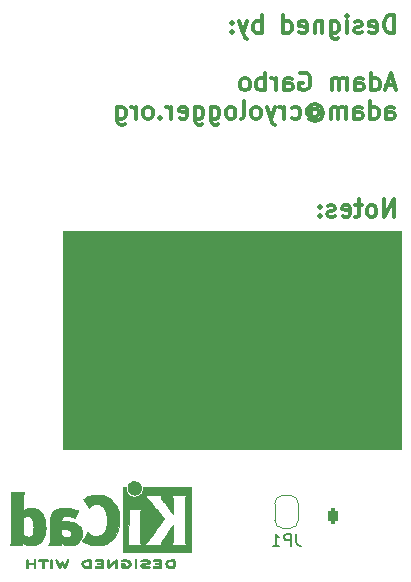
<source format=gbo>
G04 #@! TF.GenerationSoftware,KiCad,Pcbnew,7.0.5-0*
G04 #@! TF.CreationDate,2023-06-10T23:19:26+02:00*
G04 #@! TF.ProjectId,Cryologger AWS,4372796f-6c6f-4676-9765-72204157532e,rev?*
G04 #@! TF.SameCoordinates,Original*
G04 #@! TF.FileFunction,Legend,Bot*
G04 #@! TF.FilePolarity,Positive*
%FSLAX46Y46*%
G04 Gerber Fmt 4.6, Leading zero omitted, Abs format (unit mm)*
G04 Created by KiCad (PCBNEW 7.0.5-0) date 2023-06-10 23:19:26*
%MOMM*%
%LPD*%
G01*
G04 APERTURE LIST*
G04 Aperture macros list*
%AMRoundRect*
0 Rectangle with rounded corners*
0 $1 Rounding radius*
0 $2 $3 $4 $5 $6 $7 $8 $9 X,Y pos of 4 corners*
0 Add a 4 corners polygon primitive as box body*
4,1,4,$2,$3,$4,$5,$6,$7,$8,$9,$2,$3,0*
0 Add four circle primitives for the rounded corners*
1,1,$1+$1,$2,$3*
1,1,$1+$1,$4,$5*
1,1,$1+$1,$6,$7*
1,1,$1+$1,$8,$9*
0 Add four rect primitives between the rounded corners*
20,1,$1+$1,$2,$3,$4,$5,0*
20,1,$1+$1,$4,$5,$6,$7,0*
20,1,$1+$1,$6,$7,$8,$9,0*
20,1,$1+$1,$8,$9,$2,$3,0*%
%AMFreePoly0*
4,1,19,0.000000,0.744911,0.071157,0.744911,0.207708,0.704816,0.327430,0.627875,0.420627,0.520320,0.479746,0.390866,0.500000,0.250000,0.500000,-0.250000,0.479746,-0.390866,0.420627,-0.520320,0.327430,-0.627875,0.207708,-0.704816,0.071157,-0.744911,0.000000,-0.744911,0.000000,-0.750000,-0.500000,-0.750000,-0.500000,0.750000,0.000000,0.750000,0.000000,0.744911,0.000000,0.744911,
$1*%
%AMFreePoly1*
4,1,19,0.500000,-0.750000,0.000000,-0.750000,0.000000,-0.744911,-0.071157,-0.744911,-0.207708,-0.704816,-0.327430,-0.627875,-0.420627,-0.520320,-0.479746,-0.390866,-0.500000,-0.250000,-0.500000,0.250000,-0.479746,0.390866,-0.420627,0.520320,-0.327430,0.627875,-0.207708,0.704816,-0.071157,0.744911,0.000000,0.744911,0.000000,0.750000,0.500000,0.750000,0.500000,-0.750000,0.500000,-0.750000,
$1*%
G04 Aperture macros list end*
%ADD10C,0.100000*%
%ADD11C,0.300000*%
%ADD12C,0.150000*%
%ADD13C,0.120000*%
%ADD14C,0.010000*%
%ADD15FreePoly0,90.000000*%
%ADD16FreePoly1,90.000000*%
%ADD17C,6.000000*%
%ADD18C,4.999990*%
%ADD19RoundRect,0.249999X-0.790001X-1.550001X0.790001X-1.550001X0.790001X1.550001X-0.790001X1.550001X0*%
%ADD20O,2.080000X3.600000*%
%ADD21C,1.600000*%
%ADD22O,1.600000X1.600000*%
%ADD23C,1.524000*%
%ADD24R,2.600000X2.600000*%
%ADD25C,2.600000*%
%ADD26C,3.810000*%
%ADD27C,2.540000*%
%ADD28C,1.778000*%
%ADD29R,1.300000X1.300000*%
%ADD30C,1.300000*%
%ADD31C,2.000000*%
%ADD32RoundRect,0.200000X-0.200000X-0.450000X0.200000X-0.450000X0.200000X0.450000X-0.200000X0.450000X0*%
%ADD33O,0.800000X1.300000*%
G04 APERTURE END LIST*
D10*
X125730000Y-109855000D02*
X97155000Y-109855000D01*
X97155000Y-91440000D01*
X125730000Y-91440000D01*
X125730000Y-109855000D01*
G36*
X125730000Y-109855000D02*
G01*
X97155000Y-109855000D01*
X97155000Y-91440000D01*
X125730000Y-91440000D01*
X125730000Y-109855000D01*
G37*
D11*
X125175489Y-74650828D02*
X125175489Y-73150828D01*
X125175489Y-73150828D02*
X124818346Y-73150828D01*
X124818346Y-73150828D02*
X124604060Y-73222257D01*
X124604060Y-73222257D02*
X124461203Y-73365114D01*
X124461203Y-73365114D02*
X124389774Y-73507971D01*
X124389774Y-73507971D02*
X124318346Y-73793685D01*
X124318346Y-73793685D02*
X124318346Y-74007971D01*
X124318346Y-74007971D02*
X124389774Y-74293685D01*
X124389774Y-74293685D02*
X124461203Y-74436542D01*
X124461203Y-74436542D02*
X124604060Y-74579400D01*
X124604060Y-74579400D02*
X124818346Y-74650828D01*
X124818346Y-74650828D02*
X125175489Y-74650828D01*
X123104060Y-74579400D02*
X123246917Y-74650828D01*
X123246917Y-74650828D02*
X123532632Y-74650828D01*
X123532632Y-74650828D02*
X123675489Y-74579400D01*
X123675489Y-74579400D02*
X123746917Y-74436542D01*
X123746917Y-74436542D02*
X123746917Y-73865114D01*
X123746917Y-73865114D02*
X123675489Y-73722257D01*
X123675489Y-73722257D02*
X123532632Y-73650828D01*
X123532632Y-73650828D02*
X123246917Y-73650828D01*
X123246917Y-73650828D02*
X123104060Y-73722257D01*
X123104060Y-73722257D02*
X123032632Y-73865114D01*
X123032632Y-73865114D02*
X123032632Y-74007971D01*
X123032632Y-74007971D02*
X123746917Y-74150828D01*
X122461203Y-74579400D02*
X122318346Y-74650828D01*
X122318346Y-74650828D02*
X122032632Y-74650828D01*
X122032632Y-74650828D02*
X121889775Y-74579400D01*
X121889775Y-74579400D02*
X121818346Y-74436542D01*
X121818346Y-74436542D02*
X121818346Y-74365114D01*
X121818346Y-74365114D02*
X121889775Y-74222257D01*
X121889775Y-74222257D02*
X122032632Y-74150828D01*
X122032632Y-74150828D02*
X122246918Y-74150828D01*
X122246918Y-74150828D02*
X122389775Y-74079400D01*
X122389775Y-74079400D02*
X122461203Y-73936542D01*
X122461203Y-73936542D02*
X122461203Y-73865114D01*
X122461203Y-73865114D02*
X122389775Y-73722257D01*
X122389775Y-73722257D02*
X122246918Y-73650828D01*
X122246918Y-73650828D02*
X122032632Y-73650828D01*
X122032632Y-73650828D02*
X121889775Y-73722257D01*
X121175489Y-74650828D02*
X121175489Y-73650828D01*
X121175489Y-73150828D02*
X121246917Y-73222257D01*
X121246917Y-73222257D02*
X121175489Y-73293685D01*
X121175489Y-73293685D02*
X121104060Y-73222257D01*
X121104060Y-73222257D02*
X121175489Y-73150828D01*
X121175489Y-73150828D02*
X121175489Y-73293685D01*
X119818346Y-73650828D02*
X119818346Y-74865114D01*
X119818346Y-74865114D02*
X119889774Y-75007971D01*
X119889774Y-75007971D02*
X119961203Y-75079400D01*
X119961203Y-75079400D02*
X120104060Y-75150828D01*
X120104060Y-75150828D02*
X120318346Y-75150828D01*
X120318346Y-75150828D02*
X120461203Y-75079400D01*
X119818346Y-74579400D02*
X119961203Y-74650828D01*
X119961203Y-74650828D02*
X120246917Y-74650828D01*
X120246917Y-74650828D02*
X120389774Y-74579400D01*
X120389774Y-74579400D02*
X120461203Y-74507971D01*
X120461203Y-74507971D02*
X120532631Y-74365114D01*
X120532631Y-74365114D02*
X120532631Y-73936542D01*
X120532631Y-73936542D02*
X120461203Y-73793685D01*
X120461203Y-73793685D02*
X120389774Y-73722257D01*
X120389774Y-73722257D02*
X120246917Y-73650828D01*
X120246917Y-73650828D02*
X119961203Y-73650828D01*
X119961203Y-73650828D02*
X119818346Y-73722257D01*
X119104060Y-73650828D02*
X119104060Y-74650828D01*
X119104060Y-73793685D02*
X119032631Y-73722257D01*
X119032631Y-73722257D02*
X118889774Y-73650828D01*
X118889774Y-73650828D02*
X118675488Y-73650828D01*
X118675488Y-73650828D02*
X118532631Y-73722257D01*
X118532631Y-73722257D02*
X118461203Y-73865114D01*
X118461203Y-73865114D02*
X118461203Y-74650828D01*
X117175488Y-74579400D02*
X117318345Y-74650828D01*
X117318345Y-74650828D02*
X117604060Y-74650828D01*
X117604060Y-74650828D02*
X117746917Y-74579400D01*
X117746917Y-74579400D02*
X117818345Y-74436542D01*
X117818345Y-74436542D02*
X117818345Y-73865114D01*
X117818345Y-73865114D02*
X117746917Y-73722257D01*
X117746917Y-73722257D02*
X117604060Y-73650828D01*
X117604060Y-73650828D02*
X117318345Y-73650828D01*
X117318345Y-73650828D02*
X117175488Y-73722257D01*
X117175488Y-73722257D02*
X117104060Y-73865114D01*
X117104060Y-73865114D02*
X117104060Y-74007971D01*
X117104060Y-74007971D02*
X117818345Y-74150828D01*
X115818346Y-74650828D02*
X115818346Y-73150828D01*
X115818346Y-74579400D02*
X115961203Y-74650828D01*
X115961203Y-74650828D02*
X116246917Y-74650828D01*
X116246917Y-74650828D02*
X116389774Y-74579400D01*
X116389774Y-74579400D02*
X116461203Y-74507971D01*
X116461203Y-74507971D02*
X116532631Y-74365114D01*
X116532631Y-74365114D02*
X116532631Y-73936542D01*
X116532631Y-73936542D02*
X116461203Y-73793685D01*
X116461203Y-73793685D02*
X116389774Y-73722257D01*
X116389774Y-73722257D02*
X116246917Y-73650828D01*
X116246917Y-73650828D02*
X115961203Y-73650828D01*
X115961203Y-73650828D02*
X115818346Y-73722257D01*
X113961203Y-74650828D02*
X113961203Y-73150828D01*
X113961203Y-73722257D02*
X113818346Y-73650828D01*
X113818346Y-73650828D02*
X113532631Y-73650828D01*
X113532631Y-73650828D02*
X113389774Y-73722257D01*
X113389774Y-73722257D02*
X113318346Y-73793685D01*
X113318346Y-73793685D02*
X113246917Y-73936542D01*
X113246917Y-73936542D02*
X113246917Y-74365114D01*
X113246917Y-74365114D02*
X113318346Y-74507971D01*
X113318346Y-74507971D02*
X113389774Y-74579400D01*
X113389774Y-74579400D02*
X113532631Y-74650828D01*
X113532631Y-74650828D02*
X113818346Y-74650828D01*
X113818346Y-74650828D02*
X113961203Y-74579400D01*
X112746917Y-73650828D02*
X112389774Y-74650828D01*
X112032631Y-73650828D02*
X112389774Y-74650828D01*
X112389774Y-74650828D02*
X112532631Y-75007971D01*
X112532631Y-75007971D02*
X112604060Y-75079400D01*
X112604060Y-75079400D02*
X112746917Y-75150828D01*
X111461203Y-74507971D02*
X111389774Y-74579400D01*
X111389774Y-74579400D02*
X111461203Y-74650828D01*
X111461203Y-74650828D02*
X111532631Y-74579400D01*
X111532631Y-74579400D02*
X111461203Y-74507971D01*
X111461203Y-74507971D02*
X111461203Y-74650828D01*
X111461203Y-73722257D02*
X111389774Y-73793685D01*
X111389774Y-73793685D02*
X111461203Y-73865114D01*
X111461203Y-73865114D02*
X111532631Y-73793685D01*
X111532631Y-73793685D02*
X111461203Y-73722257D01*
X111461203Y-73722257D02*
X111461203Y-73865114D01*
X125246917Y-79052257D02*
X124532632Y-79052257D01*
X125389774Y-79480828D02*
X124889774Y-77980828D01*
X124889774Y-77980828D02*
X124389774Y-79480828D01*
X123246918Y-79480828D02*
X123246918Y-77980828D01*
X123246918Y-79409400D02*
X123389775Y-79480828D01*
X123389775Y-79480828D02*
X123675489Y-79480828D01*
X123675489Y-79480828D02*
X123818346Y-79409400D01*
X123818346Y-79409400D02*
X123889775Y-79337971D01*
X123889775Y-79337971D02*
X123961203Y-79195114D01*
X123961203Y-79195114D02*
X123961203Y-78766542D01*
X123961203Y-78766542D02*
X123889775Y-78623685D01*
X123889775Y-78623685D02*
X123818346Y-78552257D01*
X123818346Y-78552257D02*
X123675489Y-78480828D01*
X123675489Y-78480828D02*
X123389775Y-78480828D01*
X123389775Y-78480828D02*
X123246918Y-78552257D01*
X121889775Y-79480828D02*
X121889775Y-78695114D01*
X121889775Y-78695114D02*
X121961203Y-78552257D01*
X121961203Y-78552257D02*
X122104060Y-78480828D01*
X122104060Y-78480828D02*
X122389775Y-78480828D01*
X122389775Y-78480828D02*
X122532632Y-78552257D01*
X121889775Y-79409400D02*
X122032632Y-79480828D01*
X122032632Y-79480828D02*
X122389775Y-79480828D01*
X122389775Y-79480828D02*
X122532632Y-79409400D01*
X122532632Y-79409400D02*
X122604060Y-79266542D01*
X122604060Y-79266542D02*
X122604060Y-79123685D01*
X122604060Y-79123685D02*
X122532632Y-78980828D01*
X122532632Y-78980828D02*
X122389775Y-78909400D01*
X122389775Y-78909400D02*
X122032632Y-78909400D01*
X122032632Y-78909400D02*
X121889775Y-78837971D01*
X121175489Y-79480828D02*
X121175489Y-78480828D01*
X121175489Y-78623685D02*
X121104060Y-78552257D01*
X121104060Y-78552257D02*
X120961203Y-78480828D01*
X120961203Y-78480828D02*
X120746917Y-78480828D01*
X120746917Y-78480828D02*
X120604060Y-78552257D01*
X120604060Y-78552257D02*
X120532632Y-78695114D01*
X120532632Y-78695114D02*
X120532632Y-79480828D01*
X120532632Y-78695114D02*
X120461203Y-78552257D01*
X120461203Y-78552257D02*
X120318346Y-78480828D01*
X120318346Y-78480828D02*
X120104060Y-78480828D01*
X120104060Y-78480828D02*
X119961203Y-78552257D01*
X119961203Y-78552257D02*
X119889774Y-78695114D01*
X119889774Y-78695114D02*
X119889774Y-79480828D01*
X117246917Y-78052257D02*
X117389775Y-77980828D01*
X117389775Y-77980828D02*
X117604060Y-77980828D01*
X117604060Y-77980828D02*
X117818346Y-78052257D01*
X117818346Y-78052257D02*
X117961203Y-78195114D01*
X117961203Y-78195114D02*
X118032632Y-78337971D01*
X118032632Y-78337971D02*
X118104060Y-78623685D01*
X118104060Y-78623685D02*
X118104060Y-78837971D01*
X118104060Y-78837971D02*
X118032632Y-79123685D01*
X118032632Y-79123685D02*
X117961203Y-79266542D01*
X117961203Y-79266542D02*
X117818346Y-79409400D01*
X117818346Y-79409400D02*
X117604060Y-79480828D01*
X117604060Y-79480828D02*
X117461203Y-79480828D01*
X117461203Y-79480828D02*
X117246917Y-79409400D01*
X117246917Y-79409400D02*
X117175489Y-79337971D01*
X117175489Y-79337971D02*
X117175489Y-78837971D01*
X117175489Y-78837971D02*
X117461203Y-78837971D01*
X115889775Y-79480828D02*
X115889775Y-78695114D01*
X115889775Y-78695114D02*
X115961203Y-78552257D01*
X115961203Y-78552257D02*
X116104060Y-78480828D01*
X116104060Y-78480828D02*
X116389775Y-78480828D01*
X116389775Y-78480828D02*
X116532632Y-78552257D01*
X115889775Y-79409400D02*
X116032632Y-79480828D01*
X116032632Y-79480828D02*
X116389775Y-79480828D01*
X116389775Y-79480828D02*
X116532632Y-79409400D01*
X116532632Y-79409400D02*
X116604060Y-79266542D01*
X116604060Y-79266542D02*
X116604060Y-79123685D01*
X116604060Y-79123685D02*
X116532632Y-78980828D01*
X116532632Y-78980828D02*
X116389775Y-78909400D01*
X116389775Y-78909400D02*
X116032632Y-78909400D01*
X116032632Y-78909400D02*
X115889775Y-78837971D01*
X115175489Y-79480828D02*
X115175489Y-78480828D01*
X115175489Y-78766542D02*
X115104060Y-78623685D01*
X115104060Y-78623685D02*
X115032632Y-78552257D01*
X115032632Y-78552257D02*
X114889774Y-78480828D01*
X114889774Y-78480828D02*
X114746917Y-78480828D01*
X114246918Y-79480828D02*
X114246918Y-77980828D01*
X114246918Y-78552257D02*
X114104061Y-78480828D01*
X114104061Y-78480828D02*
X113818346Y-78480828D01*
X113818346Y-78480828D02*
X113675489Y-78552257D01*
X113675489Y-78552257D02*
X113604061Y-78623685D01*
X113604061Y-78623685D02*
X113532632Y-78766542D01*
X113532632Y-78766542D02*
X113532632Y-79195114D01*
X113532632Y-79195114D02*
X113604061Y-79337971D01*
X113604061Y-79337971D02*
X113675489Y-79409400D01*
X113675489Y-79409400D02*
X113818346Y-79480828D01*
X113818346Y-79480828D02*
X114104061Y-79480828D01*
X114104061Y-79480828D02*
X114246918Y-79409400D01*
X112675489Y-79480828D02*
X112818346Y-79409400D01*
X112818346Y-79409400D02*
X112889775Y-79337971D01*
X112889775Y-79337971D02*
X112961203Y-79195114D01*
X112961203Y-79195114D02*
X112961203Y-78766542D01*
X112961203Y-78766542D02*
X112889775Y-78623685D01*
X112889775Y-78623685D02*
X112818346Y-78552257D01*
X112818346Y-78552257D02*
X112675489Y-78480828D01*
X112675489Y-78480828D02*
X112461203Y-78480828D01*
X112461203Y-78480828D02*
X112318346Y-78552257D01*
X112318346Y-78552257D02*
X112246918Y-78623685D01*
X112246918Y-78623685D02*
X112175489Y-78766542D01*
X112175489Y-78766542D02*
X112175489Y-79195114D01*
X112175489Y-79195114D02*
X112246918Y-79337971D01*
X112246918Y-79337971D02*
X112318346Y-79409400D01*
X112318346Y-79409400D02*
X112461203Y-79480828D01*
X112461203Y-79480828D02*
X112675489Y-79480828D01*
X124532632Y-81895828D02*
X124532632Y-81110114D01*
X124532632Y-81110114D02*
X124604060Y-80967257D01*
X124604060Y-80967257D02*
X124746917Y-80895828D01*
X124746917Y-80895828D02*
X125032632Y-80895828D01*
X125032632Y-80895828D02*
X125175489Y-80967257D01*
X124532632Y-81824400D02*
X124675489Y-81895828D01*
X124675489Y-81895828D02*
X125032632Y-81895828D01*
X125032632Y-81895828D02*
X125175489Y-81824400D01*
X125175489Y-81824400D02*
X125246917Y-81681542D01*
X125246917Y-81681542D02*
X125246917Y-81538685D01*
X125246917Y-81538685D02*
X125175489Y-81395828D01*
X125175489Y-81395828D02*
X125032632Y-81324400D01*
X125032632Y-81324400D02*
X124675489Y-81324400D01*
X124675489Y-81324400D02*
X124532632Y-81252971D01*
X123175489Y-81895828D02*
X123175489Y-80395828D01*
X123175489Y-81824400D02*
X123318346Y-81895828D01*
X123318346Y-81895828D02*
X123604060Y-81895828D01*
X123604060Y-81895828D02*
X123746917Y-81824400D01*
X123746917Y-81824400D02*
X123818346Y-81752971D01*
X123818346Y-81752971D02*
X123889774Y-81610114D01*
X123889774Y-81610114D02*
X123889774Y-81181542D01*
X123889774Y-81181542D02*
X123818346Y-81038685D01*
X123818346Y-81038685D02*
X123746917Y-80967257D01*
X123746917Y-80967257D02*
X123604060Y-80895828D01*
X123604060Y-80895828D02*
X123318346Y-80895828D01*
X123318346Y-80895828D02*
X123175489Y-80967257D01*
X121818346Y-81895828D02*
X121818346Y-81110114D01*
X121818346Y-81110114D02*
X121889774Y-80967257D01*
X121889774Y-80967257D02*
X122032631Y-80895828D01*
X122032631Y-80895828D02*
X122318346Y-80895828D01*
X122318346Y-80895828D02*
X122461203Y-80967257D01*
X121818346Y-81824400D02*
X121961203Y-81895828D01*
X121961203Y-81895828D02*
X122318346Y-81895828D01*
X122318346Y-81895828D02*
X122461203Y-81824400D01*
X122461203Y-81824400D02*
X122532631Y-81681542D01*
X122532631Y-81681542D02*
X122532631Y-81538685D01*
X122532631Y-81538685D02*
X122461203Y-81395828D01*
X122461203Y-81395828D02*
X122318346Y-81324400D01*
X122318346Y-81324400D02*
X121961203Y-81324400D01*
X121961203Y-81324400D02*
X121818346Y-81252971D01*
X121104060Y-81895828D02*
X121104060Y-80895828D01*
X121104060Y-81038685D02*
X121032631Y-80967257D01*
X121032631Y-80967257D02*
X120889774Y-80895828D01*
X120889774Y-80895828D02*
X120675488Y-80895828D01*
X120675488Y-80895828D02*
X120532631Y-80967257D01*
X120532631Y-80967257D02*
X120461203Y-81110114D01*
X120461203Y-81110114D02*
X120461203Y-81895828D01*
X120461203Y-81110114D02*
X120389774Y-80967257D01*
X120389774Y-80967257D02*
X120246917Y-80895828D01*
X120246917Y-80895828D02*
X120032631Y-80895828D01*
X120032631Y-80895828D02*
X119889774Y-80967257D01*
X119889774Y-80967257D02*
X119818345Y-81110114D01*
X119818345Y-81110114D02*
X119818345Y-81895828D01*
X118175488Y-81181542D02*
X118246917Y-81110114D01*
X118246917Y-81110114D02*
X118389774Y-81038685D01*
X118389774Y-81038685D02*
X118532631Y-81038685D01*
X118532631Y-81038685D02*
X118675488Y-81110114D01*
X118675488Y-81110114D02*
X118746917Y-81181542D01*
X118746917Y-81181542D02*
X118818345Y-81324400D01*
X118818345Y-81324400D02*
X118818345Y-81467257D01*
X118818345Y-81467257D02*
X118746917Y-81610114D01*
X118746917Y-81610114D02*
X118675488Y-81681542D01*
X118675488Y-81681542D02*
X118532631Y-81752971D01*
X118532631Y-81752971D02*
X118389774Y-81752971D01*
X118389774Y-81752971D02*
X118246917Y-81681542D01*
X118246917Y-81681542D02*
X118175488Y-81610114D01*
X118175488Y-81038685D02*
X118175488Y-81610114D01*
X118175488Y-81610114D02*
X118104060Y-81681542D01*
X118104060Y-81681542D02*
X118032631Y-81681542D01*
X118032631Y-81681542D02*
X117889774Y-81610114D01*
X117889774Y-81610114D02*
X117818345Y-81467257D01*
X117818345Y-81467257D02*
X117818345Y-81110114D01*
X117818345Y-81110114D02*
X117961203Y-80895828D01*
X117961203Y-80895828D02*
X118175488Y-80752971D01*
X118175488Y-80752971D02*
X118461203Y-80681542D01*
X118461203Y-80681542D02*
X118746917Y-80752971D01*
X118746917Y-80752971D02*
X118961203Y-80895828D01*
X118961203Y-80895828D02*
X119104060Y-81110114D01*
X119104060Y-81110114D02*
X119175488Y-81395828D01*
X119175488Y-81395828D02*
X119104060Y-81681542D01*
X119104060Y-81681542D02*
X118961203Y-81895828D01*
X118961203Y-81895828D02*
X118746917Y-82038685D01*
X118746917Y-82038685D02*
X118461203Y-82110114D01*
X118461203Y-82110114D02*
X118175488Y-82038685D01*
X118175488Y-82038685D02*
X117961203Y-81895828D01*
X116532632Y-81824400D02*
X116675489Y-81895828D01*
X116675489Y-81895828D02*
X116961203Y-81895828D01*
X116961203Y-81895828D02*
X117104060Y-81824400D01*
X117104060Y-81824400D02*
X117175489Y-81752971D01*
X117175489Y-81752971D02*
X117246917Y-81610114D01*
X117246917Y-81610114D02*
X117246917Y-81181542D01*
X117246917Y-81181542D02*
X117175489Y-81038685D01*
X117175489Y-81038685D02*
X117104060Y-80967257D01*
X117104060Y-80967257D02*
X116961203Y-80895828D01*
X116961203Y-80895828D02*
X116675489Y-80895828D01*
X116675489Y-80895828D02*
X116532632Y-80967257D01*
X115889775Y-81895828D02*
X115889775Y-80895828D01*
X115889775Y-81181542D02*
X115818346Y-81038685D01*
X115818346Y-81038685D02*
X115746918Y-80967257D01*
X115746918Y-80967257D02*
X115604060Y-80895828D01*
X115604060Y-80895828D02*
X115461203Y-80895828D01*
X115104061Y-80895828D02*
X114746918Y-81895828D01*
X114389775Y-80895828D02*
X114746918Y-81895828D01*
X114746918Y-81895828D02*
X114889775Y-82252971D01*
X114889775Y-82252971D02*
X114961204Y-82324400D01*
X114961204Y-82324400D02*
X115104061Y-82395828D01*
X113604061Y-81895828D02*
X113746918Y-81824400D01*
X113746918Y-81824400D02*
X113818347Y-81752971D01*
X113818347Y-81752971D02*
X113889775Y-81610114D01*
X113889775Y-81610114D02*
X113889775Y-81181542D01*
X113889775Y-81181542D02*
X113818347Y-81038685D01*
X113818347Y-81038685D02*
X113746918Y-80967257D01*
X113746918Y-80967257D02*
X113604061Y-80895828D01*
X113604061Y-80895828D02*
X113389775Y-80895828D01*
X113389775Y-80895828D02*
X113246918Y-80967257D01*
X113246918Y-80967257D02*
X113175490Y-81038685D01*
X113175490Y-81038685D02*
X113104061Y-81181542D01*
X113104061Y-81181542D02*
X113104061Y-81610114D01*
X113104061Y-81610114D02*
X113175490Y-81752971D01*
X113175490Y-81752971D02*
X113246918Y-81824400D01*
X113246918Y-81824400D02*
X113389775Y-81895828D01*
X113389775Y-81895828D02*
X113604061Y-81895828D01*
X112246918Y-81895828D02*
X112389775Y-81824400D01*
X112389775Y-81824400D02*
X112461204Y-81681542D01*
X112461204Y-81681542D02*
X112461204Y-80395828D01*
X111461204Y-81895828D02*
X111604061Y-81824400D01*
X111604061Y-81824400D02*
X111675490Y-81752971D01*
X111675490Y-81752971D02*
X111746918Y-81610114D01*
X111746918Y-81610114D02*
X111746918Y-81181542D01*
X111746918Y-81181542D02*
X111675490Y-81038685D01*
X111675490Y-81038685D02*
X111604061Y-80967257D01*
X111604061Y-80967257D02*
X111461204Y-80895828D01*
X111461204Y-80895828D02*
X111246918Y-80895828D01*
X111246918Y-80895828D02*
X111104061Y-80967257D01*
X111104061Y-80967257D02*
X111032633Y-81038685D01*
X111032633Y-81038685D02*
X110961204Y-81181542D01*
X110961204Y-81181542D02*
X110961204Y-81610114D01*
X110961204Y-81610114D02*
X111032633Y-81752971D01*
X111032633Y-81752971D02*
X111104061Y-81824400D01*
X111104061Y-81824400D02*
X111246918Y-81895828D01*
X111246918Y-81895828D02*
X111461204Y-81895828D01*
X109675490Y-80895828D02*
X109675490Y-82110114D01*
X109675490Y-82110114D02*
X109746918Y-82252971D01*
X109746918Y-82252971D02*
X109818347Y-82324400D01*
X109818347Y-82324400D02*
X109961204Y-82395828D01*
X109961204Y-82395828D02*
X110175490Y-82395828D01*
X110175490Y-82395828D02*
X110318347Y-82324400D01*
X109675490Y-81824400D02*
X109818347Y-81895828D01*
X109818347Y-81895828D02*
X110104061Y-81895828D01*
X110104061Y-81895828D02*
X110246918Y-81824400D01*
X110246918Y-81824400D02*
X110318347Y-81752971D01*
X110318347Y-81752971D02*
X110389775Y-81610114D01*
X110389775Y-81610114D02*
X110389775Y-81181542D01*
X110389775Y-81181542D02*
X110318347Y-81038685D01*
X110318347Y-81038685D02*
X110246918Y-80967257D01*
X110246918Y-80967257D02*
X110104061Y-80895828D01*
X110104061Y-80895828D02*
X109818347Y-80895828D01*
X109818347Y-80895828D02*
X109675490Y-80967257D01*
X108318347Y-80895828D02*
X108318347Y-82110114D01*
X108318347Y-82110114D02*
X108389775Y-82252971D01*
X108389775Y-82252971D02*
X108461204Y-82324400D01*
X108461204Y-82324400D02*
X108604061Y-82395828D01*
X108604061Y-82395828D02*
X108818347Y-82395828D01*
X108818347Y-82395828D02*
X108961204Y-82324400D01*
X108318347Y-81824400D02*
X108461204Y-81895828D01*
X108461204Y-81895828D02*
X108746918Y-81895828D01*
X108746918Y-81895828D02*
X108889775Y-81824400D01*
X108889775Y-81824400D02*
X108961204Y-81752971D01*
X108961204Y-81752971D02*
X109032632Y-81610114D01*
X109032632Y-81610114D02*
X109032632Y-81181542D01*
X109032632Y-81181542D02*
X108961204Y-81038685D01*
X108961204Y-81038685D02*
X108889775Y-80967257D01*
X108889775Y-80967257D02*
X108746918Y-80895828D01*
X108746918Y-80895828D02*
X108461204Y-80895828D01*
X108461204Y-80895828D02*
X108318347Y-80967257D01*
X107032632Y-81824400D02*
X107175489Y-81895828D01*
X107175489Y-81895828D02*
X107461204Y-81895828D01*
X107461204Y-81895828D02*
X107604061Y-81824400D01*
X107604061Y-81824400D02*
X107675489Y-81681542D01*
X107675489Y-81681542D02*
X107675489Y-81110114D01*
X107675489Y-81110114D02*
X107604061Y-80967257D01*
X107604061Y-80967257D02*
X107461204Y-80895828D01*
X107461204Y-80895828D02*
X107175489Y-80895828D01*
X107175489Y-80895828D02*
X107032632Y-80967257D01*
X107032632Y-80967257D02*
X106961204Y-81110114D01*
X106961204Y-81110114D02*
X106961204Y-81252971D01*
X106961204Y-81252971D02*
X107675489Y-81395828D01*
X106318347Y-81895828D02*
X106318347Y-80895828D01*
X106318347Y-81181542D02*
X106246918Y-81038685D01*
X106246918Y-81038685D02*
X106175490Y-80967257D01*
X106175490Y-80967257D02*
X106032632Y-80895828D01*
X106032632Y-80895828D02*
X105889775Y-80895828D01*
X105389776Y-81752971D02*
X105318347Y-81824400D01*
X105318347Y-81824400D02*
X105389776Y-81895828D01*
X105389776Y-81895828D02*
X105461204Y-81824400D01*
X105461204Y-81824400D02*
X105389776Y-81752971D01*
X105389776Y-81752971D02*
X105389776Y-81895828D01*
X104461204Y-81895828D02*
X104604061Y-81824400D01*
X104604061Y-81824400D02*
X104675490Y-81752971D01*
X104675490Y-81752971D02*
X104746918Y-81610114D01*
X104746918Y-81610114D02*
X104746918Y-81181542D01*
X104746918Y-81181542D02*
X104675490Y-81038685D01*
X104675490Y-81038685D02*
X104604061Y-80967257D01*
X104604061Y-80967257D02*
X104461204Y-80895828D01*
X104461204Y-80895828D02*
X104246918Y-80895828D01*
X104246918Y-80895828D02*
X104104061Y-80967257D01*
X104104061Y-80967257D02*
X104032633Y-81038685D01*
X104032633Y-81038685D02*
X103961204Y-81181542D01*
X103961204Y-81181542D02*
X103961204Y-81610114D01*
X103961204Y-81610114D02*
X104032633Y-81752971D01*
X104032633Y-81752971D02*
X104104061Y-81824400D01*
X104104061Y-81824400D02*
X104246918Y-81895828D01*
X104246918Y-81895828D02*
X104461204Y-81895828D01*
X103318347Y-81895828D02*
X103318347Y-80895828D01*
X103318347Y-81181542D02*
X103246918Y-81038685D01*
X103246918Y-81038685D02*
X103175490Y-80967257D01*
X103175490Y-80967257D02*
X103032632Y-80895828D01*
X103032632Y-80895828D02*
X102889775Y-80895828D01*
X101746919Y-80895828D02*
X101746919Y-82110114D01*
X101746919Y-82110114D02*
X101818347Y-82252971D01*
X101818347Y-82252971D02*
X101889776Y-82324400D01*
X101889776Y-82324400D02*
X102032633Y-82395828D01*
X102032633Y-82395828D02*
X102246919Y-82395828D01*
X102246919Y-82395828D02*
X102389776Y-82324400D01*
X101746919Y-81824400D02*
X101889776Y-81895828D01*
X101889776Y-81895828D02*
X102175490Y-81895828D01*
X102175490Y-81895828D02*
X102318347Y-81824400D01*
X102318347Y-81824400D02*
X102389776Y-81752971D01*
X102389776Y-81752971D02*
X102461204Y-81610114D01*
X102461204Y-81610114D02*
X102461204Y-81181542D01*
X102461204Y-81181542D02*
X102389776Y-81038685D01*
X102389776Y-81038685D02*
X102318347Y-80967257D01*
X102318347Y-80967257D02*
X102175490Y-80895828D01*
X102175490Y-80895828D02*
X101889776Y-80895828D01*
X101889776Y-80895828D02*
X101746919Y-80967257D01*
X125175489Y-90213328D02*
X125175489Y-88713328D01*
X125175489Y-88713328D02*
X124318346Y-90213328D01*
X124318346Y-90213328D02*
X124318346Y-88713328D01*
X123389774Y-90213328D02*
X123532631Y-90141900D01*
X123532631Y-90141900D02*
X123604060Y-90070471D01*
X123604060Y-90070471D02*
X123675488Y-89927614D01*
X123675488Y-89927614D02*
X123675488Y-89499042D01*
X123675488Y-89499042D02*
X123604060Y-89356185D01*
X123604060Y-89356185D02*
X123532631Y-89284757D01*
X123532631Y-89284757D02*
X123389774Y-89213328D01*
X123389774Y-89213328D02*
X123175488Y-89213328D01*
X123175488Y-89213328D02*
X123032631Y-89284757D01*
X123032631Y-89284757D02*
X122961203Y-89356185D01*
X122961203Y-89356185D02*
X122889774Y-89499042D01*
X122889774Y-89499042D02*
X122889774Y-89927614D01*
X122889774Y-89927614D02*
X122961203Y-90070471D01*
X122961203Y-90070471D02*
X123032631Y-90141900D01*
X123032631Y-90141900D02*
X123175488Y-90213328D01*
X123175488Y-90213328D02*
X123389774Y-90213328D01*
X122461202Y-89213328D02*
X121889774Y-89213328D01*
X122246917Y-88713328D02*
X122246917Y-89999042D01*
X122246917Y-89999042D02*
X122175488Y-90141900D01*
X122175488Y-90141900D02*
X122032631Y-90213328D01*
X122032631Y-90213328D02*
X121889774Y-90213328D01*
X120818345Y-90141900D02*
X120961202Y-90213328D01*
X120961202Y-90213328D02*
X121246917Y-90213328D01*
X121246917Y-90213328D02*
X121389774Y-90141900D01*
X121389774Y-90141900D02*
X121461202Y-89999042D01*
X121461202Y-89999042D02*
X121461202Y-89427614D01*
X121461202Y-89427614D02*
X121389774Y-89284757D01*
X121389774Y-89284757D02*
X121246917Y-89213328D01*
X121246917Y-89213328D02*
X120961202Y-89213328D01*
X120961202Y-89213328D02*
X120818345Y-89284757D01*
X120818345Y-89284757D02*
X120746917Y-89427614D01*
X120746917Y-89427614D02*
X120746917Y-89570471D01*
X120746917Y-89570471D02*
X121461202Y-89713328D01*
X120175488Y-90141900D02*
X120032631Y-90213328D01*
X120032631Y-90213328D02*
X119746917Y-90213328D01*
X119746917Y-90213328D02*
X119604060Y-90141900D01*
X119604060Y-90141900D02*
X119532631Y-89999042D01*
X119532631Y-89999042D02*
X119532631Y-89927614D01*
X119532631Y-89927614D02*
X119604060Y-89784757D01*
X119604060Y-89784757D02*
X119746917Y-89713328D01*
X119746917Y-89713328D02*
X119961203Y-89713328D01*
X119961203Y-89713328D02*
X120104060Y-89641900D01*
X120104060Y-89641900D02*
X120175488Y-89499042D01*
X120175488Y-89499042D02*
X120175488Y-89427614D01*
X120175488Y-89427614D02*
X120104060Y-89284757D01*
X120104060Y-89284757D02*
X119961203Y-89213328D01*
X119961203Y-89213328D02*
X119746917Y-89213328D01*
X119746917Y-89213328D02*
X119604060Y-89284757D01*
X118889774Y-90070471D02*
X118818345Y-90141900D01*
X118818345Y-90141900D02*
X118889774Y-90213328D01*
X118889774Y-90213328D02*
X118961202Y-90141900D01*
X118961202Y-90141900D02*
X118889774Y-90070471D01*
X118889774Y-90070471D02*
X118889774Y-90213328D01*
X118889774Y-89284757D02*
X118818345Y-89356185D01*
X118818345Y-89356185D02*
X118889774Y-89427614D01*
X118889774Y-89427614D02*
X118961202Y-89356185D01*
X118961202Y-89356185D02*
X118889774Y-89284757D01*
X118889774Y-89284757D02*
X118889774Y-89427614D01*
D12*
X116911333Y-117056819D02*
X116911333Y-117771104D01*
X116911333Y-117771104D02*
X116958952Y-117913961D01*
X116958952Y-117913961D02*
X117054190Y-118009200D01*
X117054190Y-118009200D02*
X117197047Y-118056819D01*
X117197047Y-118056819D02*
X117292285Y-118056819D01*
X116435142Y-118056819D02*
X116435142Y-117056819D01*
X116435142Y-117056819D02*
X116054190Y-117056819D01*
X116054190Y-117056819D02*
X115958952Y-117104438D01*
X115958952Y-117104438D02*
X115911333Y-117152057D01*
X115911333Y-117152057D02*
X115863714Y-117247295D01*
X115863714Y-117247295D02*
X115863714Y-117390152D01*
X115863714Y-117390152D02*
X115911333Y-117485390D01*
X115911333Y-117485390D02*
X115958952Y-117533009D01*
X115958952Y-117533009D02*
X116054190Y-117580628D01*
X116054190Y-117580628D02*
X116435142Y-117580628D01*
X114911333Y-118056819D02*
X115482761Y-118056819D01*
X115197047Y-118056819D02*
X115197047Y-117056819D01*
X115197047Y-117056819D02*
X115292285Y-117199676D01*
X115292285Y-117199676D02*
X115387523Y-117294914D01*
X115387523Y-117294914D02*
X115482761Y-117342533D01*
D13*
X115778000Y-113774000D02*
G75*
G03*
X115078000Y-114474000I0J-700000D01*
G01*
X115078000Y-115874000D02*
G75*
G03*
X115778000Y-116574000I699999J-1D01*
G01*
X116378000Y-116574000D02*
G75*
G03*
X117078000Y-115874000I1J699999D01*
G01*
X117078000Y-114474000D02*
G75*
G03*
X116378000Y-113774000I-700000J0D01*
G01*
X115778000Y-116574000D02*
X116378000Y-116574000D01*
X116378000Y-113774000D02*
X115778000Y-113774000D01*
X115078000Y-114474000D02*
X115078000Y-115874000D01*
X117078000Y-115874000D02*
X117078000Y-114474000D01*
D14*
X96173698Y-119211141D02*
X96199419Y-119226839D01*
X96226070Y-119248419D01*
X96226070Y-119895876D01*
X96199419Y-119917456D01*
X96168059Y-119934931D01*
X96132258Y-119935767D01*
X96100820Y-119915274D01*
X96096944Y-119910608D01*
X96091478Y-119901141D01*
X96087271Y-119887459D01*
X96084159Y-119866940D01*
X96081979Y-119836960D01*
X96080568Y-119794896D01*
X96079763Y-119738124D01*
X96079399Y-119664022D01*
X96079314Y-119569965D01*
X96079314Y-119248419D01*
X96105965Y-119226839D01*
X96129678Y-119212069D01*
X96152692Y-119205259D01*
X96173698Y-119211141D01*
G36*
X96173698Y-119211141D02*
G01*
X96199419Y-119226839D01*
X96226070Y-119248419D01*
X96226070Y-119895876D01*
X96199419Y-119917456D01*
X96168059Y-119934931D01*
X96132258Y-119935767D01*
X96100820Y-119915274D01*
X96096944Y-119910608D01*
X96091478Y-119901141D01*
X96087271Y-119887459D01*
X96084159Y-119866940D01*
X96081979Y-119836960D01*
X96080568Y-119794896D01*
X96079763Y-119738124D01*
X96079399Y-119664022D01*
X96079314Y-119569965D01*
X96079314Y-119248419D01*
X96105965Y-119226839D01*
X96129678Y-119212069D01*
X96152692Y-119205259D01*
X96173698Y-119211141D01*
G37*
X103304429Y-119209655D02*
X103338583Y-119232968D01*
X103366292Y-119260677D01*
X103366292Y-119573729D01*
X103366251Y-119657759D01*
X103365993Y-119731981D01*
X103365322Y-119788733D01*
X103364044Y-119830704D01*
X103361965Y-119860581D01*
X103358891Y-119881053D01*
X103354626Y-119894806D01*
X103348976Y-119904529D01*
X103341747Y-119912909D01*
X103310283Y-119934373D01*
X103275118Y-119936139D01*
X103242114Y-119916459D01*
X103236808Y-119910590D01*
X103231358Y-119901506D01*
X103227192Y-119888165D01*
X103224138Y-119867949D01*
X103222024Y-119838241D01*
X103220678Y-119796424D01*
X103219930Y-119739881D01*
X103219606Y-119665994D01*
X103219537Y-119572148D01*
X103219576Y-119496486D01*
X103219831Y-119418577D01*
X103220475Y-119358567D01*
X103221679Y-119313840D01*
X103223616Y-119281777D01*
X103226456Y-119259763D01*
X103230371Y-119245179D01*
X103235534Y-119235410D01*
X103242114Y-119227837D01*
X103271298Y-119208815D01*
X103304429Y-119209655D01*
G36*
X103304429Y-119209655D02*
G01*
X103338583Y-119232968D01*
X103366292Y-119260677D01*
X103366292Y-119573729D01*
X103366251Y-119657759D01*
X103365993Y-119731981D01*
X103365322Y-119788733D01*
X103364044Y-119830704D01*
X103361965Y-119860581D01*
X103358891Y-119881053D01*
X103354626Y-119894806D01*
X103348976Y-119904529D01*
X103341747Y-119912909D01*
X103310283Y-119934373D01*
X103275118Y-119936139D01*
X103242114Y-119916459D01*
X103236808Y-119910590D01*
X103231358Y-119901506D01*
X103227192Y-119888165D01*
X103224138Y-119867949D01*
X103222024Y-119838241D01*
X103220678Y-119796424D01*
X103219930Y-119739881D01*
X103219606Y-119665994D01*
X103219537Y-119572148D01*
X103219576Y-119496486D01*
X103219831Y-119418577D01*
X103220475Y-119358567D01*
X103221679Y-119313840D01*
X103223616Y-119281777D01*
X103226456Y-119259763D01*
X103230371Y-119245179D01*
X103235534Y-119235410D01*
X103242114Y-119227837D01*
X103271298Y-119208815D01*
X103304429Y-119209655D01*
G37*
X103271012Y-112596581D02*
X103376536Y-112622436D01*
X103476560Y-112668841D01*
X103567934Y-112735803D01*
X103647505Y-112823328D01*
X103712120Y-112931426D01*
X103729443Y-112969506D01*
X103743477Y-113008103D01*
X103751352Y-113046689D01*
X103754803Y-113094415D01*
X103755568Y-113160433D01*
X103755105Y-113215381D01*
X103752319Y-113265880D01*
X103745487Y-113305280D01*
X103732904Y-113342628D01*
X103712864Y-113386973D01*
X103707066Y-113398791D01*
X103638545Y-113507001D01*
X103552365Y-113596033D01*
X103450972Y-113663797D01*
X103336811Y-113708206D01*
X103278234Y-113720598D01*
X103159399Y-113726397D01*
X103044300Y-113707634D01*
X102936312Y-113666232D01*
X102838809Y-113604115D01*
X102755168Y-113523207D01*
X102688763Y-113425432D01*
X102642969Y-113312714D01*
X102626214Y-113220471D01*
X102624705Y-113118677D01*
X102638332Y-113019660D01*
X102666445Y-112933892D01*
X102698930Y-112872573D01*
X102771247Y-112775288D01*
X102856978Y-112698507D01*
X102952973Y-112642238D01*
X103056079Y-112606490D01*
X103163142Y-112591268D01*
X103271012Y-112596581D01*
G36*
X103271012Y-112596581D02*
G01*
X103376536Y-112622436D01*
X103476560Y-112668841D01*
X103567934Y-112735803D01*
X103647505Y-112823328D01*
X103712120Y-112931426D01*
X103729443Y-112969506D01*
X103743477Y-113008103D01*
X103751352Y-113046689D01*
X103754803Y-113094415D01*
X103755568Y-113160433D01*
X103755105Y-113215381D01*
X103752319Y-113265880D01*
X103745487Y-113305280D01*
X103732904Y-113342628D01*
X103712864Y-113386973D01*
X103707066Y-113398791D01*
X103638545Y-113507001D01*
X103552365Y-113596033D01*
X103450972Y-113663797D01*
X103336811Y-113708206D01*
X103278234Y-113720598D01*
X103159399Y-113726397D01*
X103044300Y-113707634D01*
X102936312Y-113666232D01*
X102838809Y-113604115D01*
X102755168Y-113523207D01*
X102688763Y-113425432D01*
X102642969Y-113312714D01*
X102626214Y-113220471D01*
X102624705Y-113118677D01*
X102638332Y-113019660D01*
X102666445Y-112933892D01*
X102698930Y-112872573D01*
X102771247Y-112775288D01*
X102856978Y-112698507D01*
X102952973Y-112642238D01*
X103056079Y-112606490D01*
X103163142Y-112591268D01*
X103271012Y-112596581D01*
G37*
X95474059Y-119205260D02*
X95568182Y-119205350D01*
X95642697Y-119205690D01*
X95700103Y-119206431D01*
X95742903Y-119207727D01*
X95773596Y-119209729D01*
X95794683Y-119212588D01*
X95808665Y-119216458D01*
X95818042Y-119221490D01*
X95825314Y-119227837D01*
X95844120Y-119260554D01*
X95845567Y-119298131D01*
X95829209Y-119331370D01*
X95827849Y-119332823D01*
X95816646Y-119341184D01*
X95799544Y-119346739D01*
X95772374Y-119350032D01*
X95730970Y-119351610D01*
X95671165Y-119352014D01*
X95531803Y-119352014D01*
X95531803Y-119615781D01*
X95531728Y-119691609D01*
X95531320Y-119758275D01*
X95530338Y-119808059D01*
X95528542Y-119843976D01*
X95525691Y-119869042D01*
X95521545Y-119886273D01*
X95515863Y-119898684D01*
X95508406Y-119909292D01*
X95506116Y-119912098D01*
X95474938Y-119934740D01*
X95440558Y-119936304D01*
X95407626Y-119916459D01*
X95400647Y-119908383D01*
X95395175Y-119897785D01*
X95391155Y-119881941D01*
X95388364Y-119857965D01*
X95386580Y-119822966D01*
X95385581Y-119774056D01*
X95385144Y-119708346D01*
X95385048Y-119622948D01*
X95385048Y-119352014D01*
X95239112Y-119352014D01*
X95228012Y-119352013D01*
X95171494Y-119351788D01*
X95132650Y-119350649D01*
X95107257Y-119347849D01*
X95091096Y-119342642D01*
X95079944Y-119334281D01*
X95069581Y-119322018D01*
X95053733Y-119291330D01*
X95056835Y-119257550D01*
X95082479Y-119225014D01*
X95087421Y-119221297D01*
X95097630Y-119216461D01*
X95113056Y-119212698D01*
X95136178Y-119209875D01*
X95169475Y-119207862D01*
X95215429Y-119206525D01*
X95276520Y-119205734D01*
X95355227Y-119205355D01*
X95454032Y-119205259D01*
X95474059Y-119205260D01*
G36*
X95474059Y-119205260D02*
G01*
X95568182Y-119205350D01*
X95642697Y-119205690D01*
X95700103Y-119206431D01*
X95742903Y-119207727D01*
X95773596Y-119209729D01*
X95794683Y-119212588D01*
X95808665Y-119216458D01*
X95818042Y-119221490D01*
X95825314Y-119227837D01*
X95844120Y-119260554D01*
X95845567Y-119298131D01*
X95829209Y-119331370D01*
X95827849Y-119332823D01*
X95816646Y-119341184D01*
X95799544Y-119346739D01*
X95772374Y-119350032D01*
X95730970Y-119351610D01*
X95671165Y-119352014D01*
X95531803Y-119352014D01*
X95531803Y-119615781D01*
X95531728Y-119691609D01*
X95531320Y-119758275D01*
X95530338Y-119808059D01*
X95528542Y-119843976D01*
X95525691Y-119869042D01*
X95521545Y-119886273D01*
X95515863Y-119898684D01*
X95508406Y-119909292D01*
X95506116Y-119912098D01*
X95474938Y-119934740D01*
X95440558Y-119936304D01*
X95407626Y-119916459D01*
X95400647Y-119908383D01*
X95395175Y-119897785D01*
X95391155Y-119881941D01*
X95388364Y-119857965D01*
X95386580Y-119822966D01*
X95385581Y-119774056D01*
X95385144Y-119708346D01*
X95385048Y-119622948D01*
X95385048Y-119352014D01*
X95239112Y-119352014D01*
X95228012Y-119352013D01*
X95171494Y-119351788D01*
X95132650Y-119350649D01*
X95107257Y-119347849D01*
X95091096Y-119342642D01*
X95079944Y-119334281D01*
X95069581Y-119322018D01*
X95053733Y-119291330D01*
X95056835Y-119257550D01*
X95082479Y-119225014D01*
X95087421Y-119221297D01*
X95097630Y-119216461D01*
X95113056Y-119212698D01*
X95136178Y-119209875D01*
X95169475Y-119207862D01*
X95215429Y-119206525D01*
X95276520Y-119205734D01*
X95355227Y-119205355D01*
X95454032Y-119205259D01*
X95474059Y-119205260D01*
G37*
X94798026Y-119227837D02*
X94803658Y-119234027D01*
X94808748Y-119242233D01*
X94812835Y-119254009D01*
X94816013Y-119271468D01*
X94818379Y-119296722D01*
X94820030Y-119331882D01*
X94821061Y-119379061D01*
X94821569Y-119440369D01*
X94821651Y-119517919D01*
X94821401Y-119613823D01*
X94820917Y-119730192D01*
X94820849Y-119744367D01*
X94820263Y-119806129D01*
X94818940Y-119849812D01*
X94816395Y-119879193D01*
X94812140Y-119898047D01*
X94805688Y-119910151D01*
X94796554Y-119919281D01*
X94763096Y-119936698D01*
X94728148Y-119933796D01*
X94697245Y-119909292D01*
X94688236Y-119896089D01*
X94680784Y-119877553D01*
X94676416Y-119851525D01*
X94674361Y-119812979D01*
X94673848Y-119756892D01*
X94673848Y-119634237D01*
X94177137Y-119634237D01*
X94177137Y-119769063D01*
X94177064Y-119804854D01*
X94176301Y-119851184D01*
X94174125Y-119881718D01*
X94169828Y-119900749D01*
X94162704Y-119912566D01*
X94152047Y-119921463D01*
X94119796Y-119936533D01*
X94084509Y-119933865D01*
X94053778Y-119909292D01*
X94049123Y-119903037D01*
X94043187Y-119892513D01*
X94038656Y-119878583D01*
X94035340Y-119858509D01*
X94033051Y-119829552D01*
X94031600Y-119788972D01*
X94030797Y-119734032D01*
X94030454Y-119661991D01*
X94030381Y-119570112D01*
X94030381Y-119260677D01*
X94058090Y-119232968D01*
X94089469Y-119210725D01*
X94122698Y-119208036D01*
X94154559Y-119227837D01*
X94162845Y-119237607D01*
X94170257Y-119253499D01*
X94174594Y-119277467D01*
X94176630Y-119314340D01*
X94177137Y-119368948D01*
X94177137Y-119487481D01*
X94673848Y-119487481D01*
X94673848Y-119371968D01*
X94674286Y-119320270D01*
X94676250Y-119285746D01*
X94680766Y-119263170D01*
X94688859Y-119247318D01*
X94701557Y-119232968D01*
X94732935Y-119210725D01*
X94766164Y-119208036D01*
X94798026Y-119227837D01*
G36*
X94798026Y-119227837D02*
G01*
X94803658Y-119234027D01*
X94808748Y-119242233D01*
X94812835Y-119254009D01*
X94816013Y-119271468D01*
X94818379Y-119296722D01*
X94820030Y-119331882D01*
X94821061Y-119379061D01*
X94821569Y-119440369D01*
X94821651Y-119517919D01*
X94821401Y-119613823D01*
X94820917Y-119730192D01*
X94820849Y-119744367D01*
X94820263Y-119806129D01*
X94818940Y-119849812D01*
X94816395Y-119879193D01*
X94812140Y-119898047D01*
X94805688Y-119910151D01*
X94796554Y-119919281D01*
X94763096Y-119936698D01*
X94728148Y-119933796D01*
X94697245Y-119909292D01*
X94688236Y-119896089D01*
X94680784Y-119877553D01*
X94676416Y-119851525D01*
X94674361Y-119812979D01*
X94673848Y-119756892D01*
X94673848Y-119634237D01*
X94177137Y-119634237D01*
X94177137Y-119769063D01*
X94177064Y-119804854D01*
X94176301Y-119851184D01*
X94174125Y-119881718D01*
X94169828Y-119900749D01*
X94162704Y-119912566D01*
X94152047Y-119921463D01*
X94119796Y-119936533D01*
X94084509Y-119933865D01*
X94053778Y-119909292D01*
X94049123Y-119903037D01*
X94043187Y-119892513D01*
X94038656Y-119878583D01*
X94035340Y-119858509D01*
X94033051Y-119829552D01*
X94031600Y-119788972D01*
X94030797Y-119734032D01*
X94030454Y-119661991D01*
X94030381Y-119570112D01*
X94030381Y-119260677D01*
X94058090Y-119232968D01*
X94089469Y-119210725D01*
X94122698Y-119208036D01*
X94154559Y-119227837D01*
X94162845Y-119237607D01*
X94170257Y-119253499D01*
X94174594Y-119277467D01*
X94176630Y-119314340D01*
X94177137Y-119368948D01*
X94177137Y-119487481D01*
X94673848Y-119487481D01*
X94673848Y-119371968D01*
X94674286Y-119320270D01*
X94676250Y-119285746D01*
X94680766Y-119263170D01*
X94688859Y-119247318D01*
X94701557Y-119232968D01*
X94732935Y-119210725D01*
X94766164Y-119208036D01*
X94798026Y-119227837D01*
G37*
X99503425Y-119816588D02*
X99501455Y-119849367D01*
X99498527Y-119872287D01*
X99494450Y-119888089D01*
X99489035Y-119899511D01*
X99482095Y-119909292D01*
X99458698Y-119939037D01*
X99293006Y-119938443D01*
X99258210Y-119938145D01*
X99159727Y-119934714D01*
X99078765Y-119927031D01*
X99011671Y-119914474D01*
X98954788Y-119896419D01*
X98904461Y-119872244D01*
X98901102Y-119870327D01*
X98843290Y-119833609D01*
X98800936Y-119796643D01*
X98768120Y-119753158D01*
X98738920Y-119696881D01*
X98734638Y-119687265D01*
X98712061Y-119624079D01*
X98706326Y-119578525D01*
X98855571Y-119578525D01*
X98861184Y-119603253D01*
X98866910Y-119619131D01*
X98899840Y-119679039D01*
X98947178Y-119724792D01*
X99010944Y-119757928D01*
X99093153Y-119779982D01*
X99095947Y-119780484D01*
X99142232Y-119786447D01*
X99198628Y-119790675D01*
X99253566Y-119792281D01*
X99347448Y-119792281D01*
X99347448Y-119352014D01*
X99259959Y-119352462D01*
X99193039Y-119354938D01*
X99100641Y-119366190D01*
X99021326Y-119385729D01*
X98959352Y-119412703D01*
X98928412Y-119433432D01*
X98900292Y-119463198D01*
X98876952Y-119505626D01*
X98869825Y-119521592D01*
X98858001Y-119554094D01*
X98855571Y-119578525D01*
X98706326Y-119578525D01*
X98705089Y-119568701D01*
X98713691Y-119513675D01*
X98737833Y-119451543D01*
X98738629Y-119449850D01*
X98779080Y-119380428D01*
X98829765Y-119323830D01*
X98892490Y-119279262D01*
X98969066Y-119245933D01*
X99061301Y-119223053D01*
X99171004Y-119209828D01*
X99299983Y-119205467D01*
X99303555Y-119205462D01*
X99363575Y-119205602D01*
X99405506Y-119206638D01*
X99433620Y-119209232D01*
X99452189Y-119214045D01*
X99465486Y-119221736D01*
X99477783Y-119232968D01*
X99505492Y-119260677D01*
X99505492Y-119570112D01*
X99505467Y-119631718D01*
X99505242Y-119710503D01*
X99504624Y-119771213D01*
X99504067Y-119792281D01*
X99503425Y-119816588D01*
G36*
X99503425Y-119816588D02*
G01*
X99501455Y-119849367D01*
X99498527Y-119872287D01*
X99494450Y-119888089D01*
X99489035Y-119899511D01*
X99482095Y-119909292D01*
X99458698Y-119939037D01*
X99293006Y-119938443D01*
X99258210Y-119938145D01*
X99159727Y-119934714D01*
X99078765Y-119927031D01*
X99011671Y-119914474D01*
X98954788Y-119896419D01*
X98904461Y-119872244D01*
X98901102Y-119870327D01*
X98843290Y-119833609D01*
X98800936Y-119796643D01*
X98768120Y-119753158D01*
X98738920Y-119696881D01*
X98734638Y-119687265D01*
X98712061Y-119624079D01*
X98706326Y-119578525D01*
X98855571Y-119578525D01*
X98861184Y-119603253D01*
X98866910Y-119619131D01*
X98899840Y-119679039D01*
X98947178Y-119724792D01*
X99010944Y-119757928D01*
X99093153Y-119779982D01*
X99095947Y-119780484D01*
X99142232Y-119786447D01*
X99198628Y-119790675D01*
X99253566Y-119792281D01*
X99347448Y-119792281D01*
X99347448Y-119352014D01*
X99259959Y-119352462D01*
X99193039Y-119354938D01*
X99100641Y-119366190D01*
X99021326Y-119385729D01*
X98959352Y-119412703D01*
X98928412Y-119433432D01*
X98900292Y-119463198D01*
X98876952Y-119505626D01*
X98869825Y-119521592D01*
X98858001Y-119554094D01*
X98855571Y-119578525D01*
X98706326Y-119578525D01*
X98705089Y-119568701D01*
X98713691Y-119513675D01*
X98737833Y-119451543D01*
X98738629Y-119449850D01*
X98779080Y-119380428D01*
X98829765Y-119323830D01*
X98892490Y-119279262D01*
X98969066Y-119245933D01*
X99061301Y-119223053D01*
X99171004Y-119209828D01*
X99299983Y-119205467D01*
X99303555Y-119205462D01*
X99363575Y-119205602D01*
X99405506Y-119206638D01*
X99433620Y-119209232D01*
X99452189Y-119214045D01*
X99465486Y-119221736D01*
X99477783Y-119232968D01*
X99505492Y-119260677D01*
X99505492Y-119570112D01*
X99505467Y-119631718D01*
X99505242Y-119710503D01*
X99504624Y-119771213D01*
X99504067Y-119792281D01*
X99503425Y-119816588D01*
G37*
X106595109Y-119390619D02*
X106595162Y-119471233D01*
X106594914Y-119572148D01*
X106594875Y-119647809D01*
X106594620Y-119725718D01*
X106593976Y-119785728D01*
X106592772Y-119830456D01*
X106590835Y-119862518D01*
X106587995Y-119884532D01*
X106584080Y-119899116D01*
X106578918Y-119908886D01*
X106572337Y-119916459D01*
X106565369Y-119922693D01*
X106552371Y-119929993D01*
X106533223Y-119934746D01*
X106503820Y-119937484D01*
X106460054Y-119938737D01*
X106397820Y-119939037D01*
X106348874Y-119938661D01*
X106242014Y-119934233D01*
X106152786Y-119924145D01*
X106077988Y-119907557D01*
X106014417Y-119883627D01*
X105958871Y-119851513D01*
X105908146Y-119810374D01*
X105902158Y-119804522D01*
X105865291Y-119756013D01*
X105834191Y-119695205D01*
X105812709Y-119630961D01*
X105807428Y-119592218D01*
X105954645Y-119592218D01*
X105972927Y-119643153D01*
X106002597Y-119689070D01*
X106049294Y-119731479D01*
X106110684Y-119761282D01*
X106189830Y-119780418D01*
X106191320Y-119780656D01*
X106240291Y-119786448D01*
X106298985Y-119790588D01*
X106355026Y-119792196D01*
X106448159Y-119792281D01*
X106448159Y-119352014D01*
X106371959Y-119352000D01*
X106368931Y-119352009D01*
X106317811Y-119353974D01*
X106257708Y-119358699D01*
X106201000Y-119365227D01*
X106151042Y-119374523D01*
X106076290Y-119400792D01*
X106018781Y-119440091D01*
X105977280Y-119493125D01*
X105956063Y-119544392D01*
X105954645Y-119592218D01*
X105807428Y-119592218D01*
X105804692Y-119572148D01*
X105805971Y-119550931D01*
X105818283Y-119493515D01*
X105840812Y-119433605D01*
X105870042Y-119379555D01*
X105902459Y-119339724D01*
X105922000Y-119322702D01*
X105976712Y-119283514D01*
X106037015Y-119253385D01*
X106106211Y-119231424D01*
X106187603Y-119216742D01*
X106284492Y-119208451D01*
X106400181Y-119205659D01*
X106439663Y-119205258D01*
X106485374Y-119204845D01*
X106521175Y-119206649D01*
X106548266Y-119212931D01*
X106567848Y-119225951D01*
X106581122Y-119247970D01*
X106589290Y-119281247D01*
X106593552Y-119328043D01*
X106594149Y-119352014D01*
X106595109Y-119390619D01*
G36*
X106595109Y-119390619D02*
G01*
X106595162Y-119471233D01*
X106594914Y-119572148D01*
X106594875Y-119647809D01*
X106594620Y-119725718D01*
X106593976Y-119785728D01*
X106592772Y-119830456D01*
X106590835Y-119862518D01*
X106587995Y-119884532D01*
X106584080Y-119899116D01*
X106578918Y-119908886D01*
X106572337Y-119916459D01*
X106565369Y-119922693D01*
X106552371Y-119929993D01*
X106533223Y-119934746D01*
X106503820Y-119937484D01*
X106460054Y-119938737D01*
X106397820Y-119939037D01*
X106348874Y-119938661D01*
X106242014Y-119934233D01*
X106152786Y-119924145D01*
X106077988Y-119907557D01*
X106014417Y-119883627D01*
X105958871Y-119851513D01*
X105908146Y-119810374D01*
X105902158Y-119804522D01*
X105865291Y-119756013D01*
X105834191Y-119695205D01*
X105812709Y-119630961D01*
X105807428Y-119592218D01*
X105954645Y-119592218D01*
X105972927Y-119643153D01*
X106002597Y-119689070D01*
X106049294Y-119731479D01*
X106110684Y-119761282D01*
X106189830Y-119780418D01*
X106191320Y-119780656D01*
X106240291Y-119786448D01*
X106298985Y-119790588D01*
X106355026Y-119792196D01*
X106448159Y-119792281D01*
X106448159Y-119352014D01*
X106371959Y-119352000D01*
X106368931Y-119352009D01*
X106317811Y-119353974D01*
X106257708Y-119358699D01*
X106201000Y-119365227D01*
X106151042Y-119374523D01*
X106076290Y-119400792D01*
X106018781Y-119440091D01*
X105977280Y-119493125D01*
X105956063Y-119544392D01*
X105954645Y-119592218D01*
X105807428Y-119592218D01*
X105804692Y-119572148D01*
X105805971Y-119550931D01*
X105818283Y-119493515D01*
X105840812Y-119433605D01*
X105870042Y-119379555D01*
X105902459Y-119339724D01*
X105922000Y-119322702D01*
X105976712Y-119283514D01*
X106037015Y-119253385D01*
X106106211Y-119231424D01*
X106187603Y-119216742D01*
X106284492Y-119208451D01*
X106400181Y-119205659D01*
X106439663Y-119205258D01*
X106485374Y-119204845D01*
X106521175Y-119206649D01*
X106548266Y-119212931D01*
X106567848Y-119225951D01*
X106581122Y-119247970D01*
X106589290Y-119281247D01*
X106593552Y-119328043D01*
X106594149Y-119352014D01*
X106595109Y-119390619D01*
G37*
X101650185Y-119204084D02*
X101661593Y-119210221D01*
X101672142Y-119220883D01*
X101683428Y-119235003D01*
X101687881Y-119240964D01*
X101693880Y-119251460D01*
X101698459Y-119265285D01*
X101701811Y-119285190D01*
X101704125Y-119313924D01*
X101705593Y-119354237D01*
X101706405Y-119408879D01*
X101706752Y-119480599D01*
X101706826Y-119572148D01*
X101706803Y-119630678D01*
X101706584Y-119709765D01*
X101705975Y-119770708D01*
X101704784Y-119816254D01*
X101702821Y-119849155D01*
X101699895Y-119872160D01*
X101695815Y-119888018D01*
X101690389Y-119899478D01*
X101683428Y-119909292D01*
X101653000Y-119933685D01*
X101618057Y-119936564D01*
X101581076Y-119917474D01*
X101576892Y-119913999D01*
X101568716Y-119905471D01*
X101562656Y-119893920D01*
X101558273Y-119876088D01*
X101555131Y-119848716D01*
X101552794Y-119808546D01*
X101550823Y-119752320D01*
X101548781Y-119676781D01*
X101543137Y-119457650D01*
X101277848Y-119698291D01*
X101204014Y-119765067D01*
X101138834Y-119823183D01*
X101086640Y-119868141D01*
X101045565Y-119901063D01*
X101013747Y-119923071D01*
X100989318Y-119935286D01*
X100970416Y-119938831D01*
X100955175Y-119934828D01*
X100941731Y-119924399D01*
X100928219Y-119908666D01*
X100921974Y-119900183D01*
X100916342Y-119889605D01*
X100912131Y-119875447D01*
X100909179Y-119854995D01*
X100907324Y-119825534D01*
X100906405Y-119784353D01*
X100906260Y-119728736D01*
X100906727Y-119655971D01*
X100907644Y-119563343D01*
X100910959Y-119248391D01*
X100937610Y-119226825D01*
X100963675Y-119210633D01*
X100996533Y-119207862D01*
X101031064Y-119226815D01*
X101035376Y-119230400D01*
X101043508Y-119238929D01*
X101049537Y-119250521D01*
X101053898Y-119268427D01*
X101057026Y-119295898D01*
X101059355Y-119336186D01*
X101061321Y-119392543D01*
X101063359Y-119468221D01*
X101069003Y-119688070D01*
X101249626Y-119524276D01*
X101336364Y-119445643D01*
X101412135Y-119377250D01*
X101474272Y-119321900D01*
X101524370Y-119278530D01*
X101564027Y-119246073D01*
X101594840Y-119223465D01*
X101618406Y-119209640D01*
X101636322Y-119203535D01*
X101650185Y-119204084D01*
G36*
X101650185Y-119204084D02*
G01*
X101661593Y-119210221D01*
X101672142Y-119220883D01*
X101683428Y-119235003D01*
X101687881Y-119240964D01*
X101693880Y-119251460D01*
X101698459Y-119265285D01*
X101701811Y-119285190D01*
X101704125Y-119313924D01*
X101705593Y-119354237D01*
X101706405Y-119408879D01*
X101706752Y-119480599D01*
X101706826Y-119572148D01*
X101706803Y-119630678D01*
X101706584Y-119709765D01*
X101705975Y-119770708D01*
X101704784Y-119816254D01*
X101702821Y-119849155D01*
X101699895Y-119872160D01*
X101695815Y-119888018D01*
X101690389Y-119899478D01*
X101683428Y-119909292D01*
X101653000Y-119933685D01*
X101618057Y-119936564D01*
X101581076Y-119917474D01*
X101576892Y-119913999D01*
X101568716Y-119905471D01*
X101562656Y-119893920D01*
X101558273Y-119876088D01*
X101555131Y-119848716D01*
X101552794Y-119808546D01*
X101550823Y-119752320D01*
X101548781Y-119676781D01*
X101543137Y-119457650D01*
X101277848Y-119698291D01*
X101204014Y-119765067D01*
X101138834Y-119823183D01*
X101086640Y-119868141D01*
X101045565Y-119901063D01*
X101013747Y-119923071D01*
X100989318Y-119935286D01*
X100970416Y-119938831D01*
X100955175Y-119934828D01*
X100941731Y-119924399D01*
X100928219Y-119908666D01*
X100921974Y-119900183D01*
X100916342Y-119889605D01*
X100912131Y-119875447D01*
X100909179Y-119854995D01*
X100907324Y-119825534D01*
X100906405Y-119784353D01*
X100906260Y-119728736D01*
X100906727Y-119655971D01*
X100907644Y-119563343D01*
X100910959Y-119248391D01*
X100937610Y-119226825D01*
X100963675Y-119210633D01*
X100996533Y-119207862D01*
X101031064Y-119226815D01*
X101035376Y-119230400D01*
X101043508Y-119238929D01*
X101049537Y-119250521D01*
X101053898Y-119268427D01*
X101057026Y-119295898D01*
X101059355Y-119336186D01*
X101061321Y-119392543D01*
X101063359Y-119468221D01*
X101069003Y-119688070D01*
X101249626Y-119524276D01*
X101336364Y-119445643D01*
X101412135Y-119377250D01*
X101474272Y-119321900D01*
X101524370Y-119278530D01*
X101564027Y-119246073D01*
X101594840Y-119223465D01*
X101618406Y-119209640D01*
X101636322Y-119203535D01*
X101650185Y-119204084D01*
G37*
X102447442Y-119210371D02*
X102553449Y-119226686D01*
X102647261Y-119254737D01*
X102726057Y-119293644D01*
X102787011Y-119342526D01*
X102813081Y-119375387D01*
X102842589Y-119424586D01*
X102867860Y-119478444D01*
X102885510Y-119529611D01*
X102892150Y-119570736D01*
X102890590Y-119590451D01*
X102877649Y-119641784D01*
X102854486Y-119698310D01*
X102824594Y-119752227D01*
X102791465Y-119795731D01*
X102781269Y-119806079D01*
X102714184Y-119857854D01*
X102634058Y-119897746D01*
X102547848Y-119922148D01*
X102492884Y-119930260D01*
X102399431Y-119936865D01*
X102309650Y-119934778D01*
X102227161Y-119924532D01*
X102155578Y-119906662D01*
X102098520Y-119881700D01*
X102059603Y-119850180D01*
X102058228Y-119848204D01*
X102051140Y-119822978D01*
X102046901Y-119775727D01*
X102045492Y-119706263D01*
X102046352Y-119644030D01*
X102051072Y-119596648D01*
X102062762Y-119564545D01*
X102084531Y-119544992D01*
X102119490Y-119535262D01*
X102170748Y-119532625D01*
X102241415Y-119534353D01*
X102290035Y-119537365D01*
X102340231Y-119545558D01*
X102372725Y-119559611D01*
X102390184Y-119580846D01*
X102395275Y-119610586D01*
X102395169Y-119615128D01*
X102386467Y-119649922D01*
X102362457Y-119673339D01*
X102321192Y-119686539D01*
X102260723Y-119690681D01*
X102192248Y-119690681D01*
X102192248Y-119729033D01*
X102192298Y-119738168D01*
X102194519Y-119755419D01*
X102203786Y-119765713D01*
X102225167Y-119772651D01*
X102263728Y-119779833D01*
X102269202Y-119780767D01*
X102366152Y-119790670D01*
X102456144Y-119787751D01*
X102537052Y-119773021D01*
X102606751Y-119747491D01*
X102663116Y-119712170D01*
X102704021Y-119668071D01*
X102727343Y-119616204D01*
X102730955Y-119557580D01*
X102725437Y-119528686D01*
X102698753Y-119472796D01*
X102652565Y-119427137D01*
X102587583Y-119392300D01*
X102504521Y-119368882D01*
X102479847Y-119364433D01*
X102390518Y-119353934D01*
X102310711Y-119355163D01*
X102232618Y-119368098D01*
X102197475Y-119374888D01*
X102152037Y-119375905D01*
X102120722Y-119363374D01*
X102100569Y-119336587D01*
X102094185Y-119308340D01*
X102103671Y-119277116D01*
X102113000Y-119263691D01*
X102147235Y-119240159D01*
X102199857Y-119222287D01*
X102268373Y-119210791D01*
X102350292Y-119206384D01*
X102447442Y-119210371D01*
G36*
X102447442Y-119210371D02*
G01*
X102553449Y-119226686D01*
X102647261Y-119254737D01*
X102726057Y-119293644D01*
X102787011Y-119342526D01*
X102813081Y-119375387D01*
X102842589Y-119424586D01*
X102867860Y-119478444D01*
X102885510Y-119529611D01*
X102892150Y-119570736D01*
X102890590Y-119590451D01*
X102877649Y-119641784D01*
X102854486Y-119698310D01*
X102824594Y-119752227D01*
X102791465Y-119795731D01*
X102781269Y-119806079D01*
X102714184Y-119857854D01*
X102634058Y-119897746D01*
X102547848Y-119922148D01*
X102492884Y-119930260D01*
X102399431Y-119936865D01*
X102309650Y-119934778D01*
X102227161Y-119924532D01*
X102155578Y-119906662D01*
X102098520Y-119881700D01*
X102059603Y-119850180D01*
X102058228Y-119848204D01*
X102051140Y-119822978D01*
X102046901Y-119775727D01*
X102045492Y-119706263D01*
X102046352Y-119644030D01*
X102051072Y-119596648D01*
X102062762Y-119564545D01*
X102084531Y-119544992D01*
X102119490Y-119535262D01*
X102170748Y-119532625D01*
X102241415Y-119534353D01*
X102290035Y-119537365D01*
X102340231Y-119545558D01*
X102372725Y-119559611D01*
X102390184Y-119580846D01*
X102395275Y-119610586D01*
X102395169Y-119615128D01*
X102386467Y-119649922D01*
X102362457Y-119673339D01*
X102321192Y-119686539D01*
X102260723Y-119690681D01*
X102192248Y-119690681D01*
X102192248Y-119729033D01*
X102192298Y-119738168D01*
X102194519Y-119755419D01*
X102203786Y-119765713D01*
X102225167Y-119772651D01*
X102263728Y-119779833D01*
X102269202Y-119780767D01*
X102366152Y-119790670D01*
X102456144Y-119787751D01*
X102537052Y-119773021D01*
X102606751Y-119747491D01*
X102663116Y-119712170D01*
X102704021Y-119668071D01*
X102727343Y-119616204D01*
X102730955Y-119557580D01*
X102725437Y-119528686D01*
X102698753Y-119472796D01*
X102652565Y-119427137D01*
X102587583Y-119392300D01*
X102504521Y-119368882D01*
X102479847Y-119364433D01*
X102390518Y-119353934D01*
X102310711Y-119355163D01*
X102232618Y-119368098D01*
X102197475Y-119374888D01*
X102152037Y-119375905D01*
X102120722Y-119363374D01*
X102100569Y-119336587D01*
X102094185Y-119308340D01*
X102103671Y-119277116D01*
X102113000Y-119263691D01*
X102147235Y-119240159D01*
X102199857Y-119222287D01*
X102268373Y-119210791D01*
X102350292Y-119206384D01*
X102447442Y-119210371D01*
G37*
X100498095Y-119235003D02*
X100503044Y-119241687D01*
X100508888Y-119252258D01*
X100513349Y-119266345D01*
X100516613Y-119286670D01*
X100518866Y-119315957D01*
X100520294Y-119356929D01*
X100521084Y-119412309D01*
X100521421Y-119484820D01*
X100521492Y-119577186D01*
X100521463Y-119643103D01*
X100521231Y-119721420D01*
X100520611Y-119781688D01*
X100519418Y-119826585D01*
X100517471Y-119858794D01*
X100514586Y-119880992D01*
X100510580Y-119895861D01*
X100505271Y-119906081D01*
X100498475Y-119914330D01*
X100493960Y-119918987D01*
X100485730Y-119925474D01*
X100474370Y-119930386D01*
X100457102Y-119933941D01*
X100431147Y-119936359D01*
X100393728Y-119937859D01*
X100342065Y-119938659D01*
X100273381Y-119938979D01*
X100184898Y-119939037D01*
X100165223Y-119939030D01*
X100078198Y-119938764D01*
X100010546Y-119937998D01*
X99959591Y-119936584D01*
X99922659Y-119934372D01*
X99897075Y-119931214D01*
X99880163Y-119926961D01*
X99869249Y-119921463D01*
X99858756Y-119911477D01*
X99845495Y-119880360D01*
X99846678Y-119844472D01*
X99862842Y-119812925D01*
X99865031Y-119810649D01*
X99873719Y-119804381D01*
X99887061Y-119799715D01*
X99908044Y-119796419D01*
X99939655Y-119794260D01*
X99984882Y-119793006D01*
X100046712Y-119792423D01*
X100128131Y-119792281D01*
X100374737Y-119792281D01*
X100374737Y-119634237D01*
X100212298Y-119634237D01*
X100176630Y-119634156D01*
X100120860Y-119633359D01*
X100081722Y-119631354D01*
X100055268Y-119627713D01*
X100037551Y-119622004D01*
X100024621Y-119613799D01*
X100020978Y-119610615D01*
X100002570Y-119579640D01*
X100001936Y-119543304D01*
X100019475Y-119509685D01*
X100019537Y-119509616D01*
X100029208Y-119500990D01*
X100042501Y-119494934D01*
X100063209Y-119491003D01*
X100095120Y-119488748D01*
X100142026Y-119487723D01*
X100207716Y-119487481D01*
X100375863Y-119487481D01*
X100372478Y-119422570D01*
X100369092Y-119357659D01*
X100127015Y-119354606D01*
X100101999Y-119354278D01*
X100020379Y-119352798D01*
X99958060Y-119350414D01*
X99912446Y-119346419D01*
X99880944Y-119340105D01*
X99860959Y-119330766D01*
X99849896Y-119317695D01*
X99845161Y-119300184D01*
X99844159Y-119277527D01*
X99844165Y-119275162D01*
X99845319Y-119255131D01*
X99850116Y-119239338D01*
X99860924Y-119227282D01*
X99880109Y-119218459D01*
X99910037Y-119212367D01*
X99953075Y-119208503D01*
X100011591Y-119206366D01*
X100087949Y-119205452D01*
X100184518Y-119205259D01*
X100474698Y-119205259D01*
X100498095Y-119235003D01*
G36*
X100498095Y-119235003D02*
G01*
X100503044Y-119241687D01*
X100508888Y-119252258D01*
X100513349Y-119266345D01*
X100516613Y-119286670D01*
X100518866Y-119315957D01*
X100520294Y-119356929D01*
X100521084Y-119412309D01*
X100521421Y-119484820D01*
X100521492Y-119577186D01*
X100521463Y-119643103D01*
X100521231Y-119721420D01*
X100520611Y-119781688D01*
X100519418Y-119826585D01*
X100517471Y-119858794D01*
X100514586Y-119880992D01*
X100510580Y-119895861D01*
X100505271Y-119906081D01*
X100498475Y-119914330D01*
X100493960Y-119918987D01*
X100485730Y-119925474D01*
X100474370Y-119930386D01*
X100457102Y-119933941D01*
X100431147Y-119936359D01*
X100393728Y-119937859D01*
X100342065Y-119938659D01*
X100273381Y-119938979D01*
X100184898Y-119939037D01*
X100165223Y-119939030D01*
X100078198Y-119938764D01*
X100010546Y-119937998D01*
X99959591Y-119936584D01*
X99922659Y-119934372D01*
X99897075Y-119931214D01*
X99880163Y-119926961D01*
X99869249Y-119921463D01*
X99858756Y-119911477D01*
X99845495Y-119880360D01*
X99846678Y-119844472D01*
X99862842Y-119812925D01*
X99865031Y-119810649D01*
X99873719Y-119804381D01*
X99887061Y-119799715D01*
X99908044Y-119796419D01*
X99939655Y-119794260D01*
X99984882Y-119793006D01*
X100046712Y-119792423D01*
X100128131Y-119792281D01*
X100374737Y-119792281D01*
X100374737Y-119634237D01*
X100212298Y-119634237D01*
X100176630Y-119634156D01*
X100120860Y-119633359D01*
X100081722Y-119631354D01*
X100055268Y-119627713D01*
X100037551Y-119622004D01*
X100024621Y-119613799D01*
X100020978Y-119610615D01*
X100002570Y-119579640D01*
X100001936Y-119543304D01*
X100019475Y-119509685D01*
X100019537Y-119509616D01*
X100029208Y-119500990D01*
X100042501Y-119494934D01*
X100063209Y-119491003D01*
X100095120Y-119488748D01*
X100142026Y-119487723D01*
X100207716Y-119487481D01*
X100375863Y-119487481D01*
X100372478Y-119422570D01*
X100369092Y-119357659D01*
X100127015Y-119354606D01*
X100101999Y-119354278D01*
X100020379Y-119352798D01*
X99958060Y-119350414D01*
X99912446Y-119346419D01*
X99880944Y-119340105D01*
X99860959Y-119330766D01*
X99849896Y-119317695D01*
X99845161Y-119300184D01*
X99844159Y-119277527D01*
X99844165Y-119275162D01*
X99845319Y-119255131D01*
X99850116Y-119239338D01*
X99860924Y-119227282D01*
X99880109Y-119218459D01*
X99910037Y-119212367D01*
X99953075Y-119208503D01*
X100011591Y-119206366D01*
X100087949Y-119205452D01*
X100184518Y-119205259D01*
X100474698Y-119205259D01*
X100498095Y-119235003D01*
G37*
X105175026Y-119205275D02*
X105252123Y-119205467D01*
X105311069Y-119206052D01*
X105354656Y-119207243D01*
X105385675Y-119209256D01*
X105406917Y-119212304D01*
X105421174Y-119216601D01*
X105431237Y-119222364D01*
X105439898Y-119229804D01*
X105441683Y-119231485D01*
X105448927Y-119239024D01*
X105454569Y-119248042D01*
X105458809Y-119261176D01*
X105461848Y-119281064D01*
X105463886Y-119310343D01*
X105465122Y-119351650D01*
X105465757Y-119407623D01*
X105465992Y-119480899D01*
X105466026Y-119574115D01*
X105465989Y-119646905D01*
X105465740Y-119725081D01*
X105465104Y-119785295D01*
X105463907Y-119830174D01*
X105461976Y-119862344D01*
X105459138Y-119884431D01*
X105455219Y-119899062D01*
X105450047Y-119908862D01*
X105443448Y-119916459D01*
X105440114Y-119919636D01*
X105431592Y-119925746D01*
X105419590Y-119930421D01*
X105401379Y-119933851D01*
X105374232Y-119936228D01*
X105335421Y-119937744D01*
X105282216Y-119938590D01*
X105211890Y-119938957D01*
X105121714Y-119939037D01*
X105079606Y-119939025D01*
X104998459Y-119938843D01*
X104935967Y-119938290D01*
X104889401Y-119937174D01*
X104856033Y-119935305D01*
X104833136Y-119932490D01*
X104817980Y-119928538D01*
X104807838Y-119923258D01*
X104799981Y-119916459D01*
X104785255Y-119894859D01*
X104777403Y-119865659D01*
X104782902Y-119841752D01*
X104799981Y-119814859D01*
X104804960Y-119810251D01*
X104814735Y-119803964D01*
X104828851Y-119799338D01*
X104850346Y-119796122D01*
X104882260Y-119794062D01*
X104927634Y-119792904D01*
X104989505Y-119792394D01*
X105070914Y-119792281D01*
X105319270Y-119792281D01*
X105319270Y-119634237D01*
X105158093Y-119634237D01*
X105122275Y-119634091D01*
X105056651Y-119632368D01*
X105009410Y-119627933D01*
X104977675Y-119619829D01*
X104958569Y-119607098D01*
X104949215Y-119588784D01*
X104946737Y-119563930D01*
X104947534Y-119543674D01*
X104952786Y-119521848D01*
X104965580Y-119506496D01*
X104988920Y-119496501D01*
X105025809Y-119490745D01*
X105079251Y-119488111D01*
X105152250Y-119487481D01*
X105320397Y-119487481D01*
X105317011Y-119422570D01*
X105313626Y-119357659D01*
X105065909Y-119354610D01*
X105003318Y-119353731D01*
X104934857Y-119352287D01*
X104883953Y-119350356D01*
X104847700Y-119347706D01*
X104823193Y-119344102D01*
X104807527Y-119339313D01*
X104797798Y-119333105D01*
X104791783Y-119326702D01*
X104778774Y-119295020D01*
X104782335Y-119259334D01*
X104802110Y-119228276D01*
X104805361Y-119225353D01*
X104814341Y-119219002D01*
X104826445Y-119214149D01*
X104844451Y-119210595D01*
X104871139Y-119208138D01*
X104909289Y-119206577D01*
X104961678Y-119205710D01*
X105031086Y-119205338D01*
X105120293Y-119205259D01*
X105175026Y-119205275D01*
G36*
X105175026Y-119205275D02*
G01*
X105252123Y-119205467D01*
X105311069Y-119206052D01*
X105354656Y-119207243D01*
X105385675Y-119209256D01*
X105406917Y-119212304D01*
X105421174Y-119216601D01*
X105431237Y-119222364D01*
X105439898Y-119229804D01*
X105441683Y-119231485D01*
X105448927Y-119239024D01*
X105454569Y-119248042D01*
X105458809Y-119261176D01*
X105461848Y-119281064D01*
X105463886Y-119310343D01*
X105465122Y-119351650D01*
X105465757Y-119407623D01*
X105465992Y-119480899D01*
X105466026Y-119574115D01*
X105465989Y-119646905D01*
X105465740Y-119725081D01*
X105465104Y-119785295D01*
X105463907Y-119830174D01*
X105461976Y-119862344D01*
X105459138Y-119884431D01*
X105455219Y-119899062D01*
X105450047Y-119908862D01*
X105443448Y-119916459D01*
X105440114Y-119919636D01*
X105431592Y-119925746D01*
X105419590Y-119930421D01*
X105401379Y-119933851D01*
X105374232Y-119936228D01*
X105335421Y-119937744D01*
X105282216Y-119938590D01*
X105211890Y-119938957D01*
X105121714Y-119939037D01*
X105079606Y-119939025D01*
X104998459Y-119938843D01*
X104935967Y-119938290D01*
X104889401Y-119937174D01*
X104856033Y-119935305D01*
X104833136Y-119932490D01*
X104817980Y-119928538D01*
X104807838Y-119923258D01*
X104799981Y-119916459D01*
X104785255Y-119894859D01*
X104777403Y-119865659D01*
X104782902Y-119841752D01*
X104799981Y-119814859D01*
X104804960Y-119810251D01*
X104814735Y-119803964D01*
X104828851Y-119799338D01*
X104850346Y-119796122D01*
X104882260Y-119794062D01*
X104927634Y-119792904D01*
X104989505Y-119792394D01*
X105070914Y-119792281D01*
X105319270Y-119792281D01*
X105319270Y-119634237D01*
X105158093Y-119634237D01*
X105122275Y-119634091D01*
X105056651Y-119632368D01*
X105009410Y-119627933D01*
X104977675Y-119619829D01*
X104958569Y-119607098D01*
X104949215Y-119588784D01*
X104946737Y-119563930D01*
X104947534Y-119543674D01*
X104952786Y-119521848D01*
X104965580Y-119506496D01*
X104988920Y-119496501D01*
X105025809Y-119490745D01*
X105079251Y-119488111D01*
X105152250Y-119487481D01*
X105320397Y-119487481D01*
X105317011Y-119422570D01*
X105313626Y-119357659D01*
X105065909Y-119354610D01*
X105003318Y-119353731D01*
X104934857Y-119352287D01*
X104883953Y-119350356D01*
X104847700Y-119347706D01*
X104823193Y-119344102D01*
X104807527Y-119339313D01*
X104797798Y-119333105D01*
X104791783Y-119326702D01*
X104778774Y-119295020D01*
X104782335Y-119259334D01*
X104802110Y-119228276D01*
X104805361Y-119225353D01*
X104814341Y-119219002D01*
X104826445Y-119214149D01*
X104844451Y-119210595D01*
X104871139Y-119208138D01*
X104909289Y-119206577D01*
X104961678Y-119205710D01*
X105031086Y-119205338D01*
X105120293Y-119205259D01*
X105175026Y-119205275D01*
G37*
X96607994Y-119214670D02*
X96625955Y-119233181D01*
X96646555Y-119264263D01*
X96671387Y-119309948D01*
X96702042Y-119372270D01*
X96740112Y-119453263D01*
X96754746Y-119484646D01*
X96784495Y-119547830D01*
X96810589Y-119602436D01*
X96831584Y-119645482D01*
X96846031Y-119673985D01*
X96852483Y-119684962D01*
X96853842Y-119684381D01*
X96863834Y-119670434D01*
X96881125Y-119640896D01*
X96903722Y-119599279D01*
X96929630Y-119549095D01*
X96945603Y-119517606D01*
X96974553Y-119462253D01*
X96997041Y-119423236D01*
X97015257Y-119397758D01*
X97031388Y-119383023D01*
X97047622Y-119376234D01*
X97066149Y-119374592D01*
X97076652Y-119375067D01*
X97092768Y-119379274D01*
X97108082Y-119390138D01*
X97124680Y-119410411D01*
X97144649Y-119442846D01*
X97170075Y-119490196D01*
X97203044Y-119555214D01*
X97212777Y-119574469D01*
X97237235Y-119621138D01*
X97257470Y-119657301D01*
X97271603Y-119679689D01*
X97277752Y-119685037D01*
X97279119Y-119681765D01*
X97288494Y-119660856D01*
X97305354Y-119623917D01*
X97328271Y-119574066D01*
X97355812Y-119514418D01*
X97386547Y-119448090D01*
X97413262Y-119390869D01*
X97442885Y-119328880D01*
X97465956Y-119283141D01*
X97483935Y-119251100D01*
X97498282Y-119230206D01*
X97510458Y-119217910D01*
X97521924Y-119211658D01*
X97531334Y-119208766D01*
X97556439Y-119208617D01*
X97583582Y-119223960D01*
X97584882Y-119224945D01*
X97606966Y-119247580D01*
X97618015Y-119269805D01*
X97618061Y-119270445D01*
X97613520Y-119288107D01*
X97600656Y-119322673D01*
X97580897Y-119371018D01*
X97555673Y-119430017D01*
X97526411Y-119496547D01*
X97494542Y-119567483D01*
X97461493Y-119639699D01*
X97428693Y-119710072D01*
X97397572Y-119775477D01*
X97369557Y-119832789D01*
X97346078Y-119878884D01*
X97328564Y-119910638D01*
X97318443Y-119924925D01*
X97284035Y-119938294D01*
X97242338Y-119931933D01*
X97236973Y-119927236D01*
X97221144Y-119905085D01*
X97198942Y-119868324D01*
X97172525Y-119820607D01*
X97144052Y-119765585D01*
X97064278Y-119606342D01*
X96991091Y-119752934D01*
X96981395Y-119772224D01*
X96954417Y-119824572D01*
X96930388Y-119869362D01*
X96911624Y-119902346D01*
X96900438Y-119919281D01*
X96899292Y-119920524D01*
X96871171Y-119935811D01*
X96836109Y-119937494D01*
X96805068Y-119924925D01*
X96802642Y-119922076D01*
X96790382Y-119901451D01*
X96770644Y-119863900D01*
X96744740Y-119812072D01*
X96713977Y-119748615D01*
X96679667Y-119676177D01*
X96643117Y-119597408D01*
X96622877Y-119553285D01*
X96586104Y-119472557D01*
X96557647Y-119408879D01*
X96536623Y-119359944D01*
X96522146Y-119323449D01*
X96513331Y-119297087D01*
X96509296Y-119278553D01*
X96509154Y-119265544D01*
X96512022Y-119255753D01*
X96526679Y-119234870D01*
X96553282Y-119214569D01*
X96554037Y-119214227D01*
X96573627Y-119207226D01*
X96591082Y-119206696D01*
X96607994Y-119214670D01*
G36*
X96607994Y-119214670D02*
G01*
X96625955Y-119233181D01*
X96646555Y-119264263D01*
X96671387Y-119309948D01*
X96702042Y-119372270D01*
X96740112Y-119453263D01*
X96754746Y-119484646D01*
X96784495Y-119547830D01*
X96810589Y-119602436D01*
X96831584Y-119645482D01*
X96846031Y-119673985D01*
X96852483Y-119684962D01*
X96853842Y-119684381D01*
X96863834Y-119670434D01*
X96881125Y-119640896D01*
X96903722Y-119599279D01*
X96929630Y-119549095D01*
X96945603Y-119517606D01*
X96974553Y-119462253D01*
X96997041Y-119423236D01*
X97015257Y-119397758D01*
X97031388Y-119383023D01*
X97047622Y-119376234D01*
X97066149Y-119374592D01*
X97076652Y-119375067D01*
X97092768Y-119379274D01*
X97108082Y-119390138D01*
X97124680Y-119410411D01*
X97144649Y-119442846D01*
X97170075Y-119490196D01*
X97203044Y-119555214D01*
X97212777Y-119574469D01*
X97237235Y-119621138D01*
X97257470Y-119657301D01*
X97271603Y-119679689D01*
X97277752Y-119685037D01*
X97279119Y-119681765D01*
X97288494Y-119660856D01*
X97305354Y-119623917D01*
X97328271Y-119574066D01*
X97355812Y-119514418D01*
X97386547Y-119448090D01*
X97413262Y-119390869D01*
X97442885Y-119328880D01*
X97465956Y-119283141D01*
X97483935Y-119251100D01*
X97498282Y-119230206D01*
X97510458Y-119217910D01*
X97521924Y-119211658D01*
X97531334Y-119208766D01*
X97556439Y-119208617D01*
X97583582Y-119223960D01*
X97584882Y-119224945D01*
X97606966Y-119247580D01*
X97618015Y-119269805D01*
X97618061Y-119270445D01*
X97613520Y-119288107D01*
X97600656Y-119322673D01*
X97580897Y-119371018D01*
X97555673Y-119430017D01*
X97526411Y-119496547D01*
X97494542Y-119567483D01*
X97461493Y-119639699D01*
X97428693Y-119710072D01*
X97397572Y-119775477D01*
X97369557Y-119832789D01*
X97346078Y-119878884D01*
X97328564Y-119910638D01*
X97318443Y-119924925D01*
X97284035Y-119938294D01*
X97242338Y-119931933D01*
X97236973Y-119927236D01*
X97221144Y-119905085D01*
X97198942Y-119868324D01*
X97172525Y-119820607D01*
X97144052Y-119765585D01*
X97064278Y-119606342D01*
X96991091Y-119752934D01*
X96981395Y-119772224D01*
X96954417Y-119824572D01*
X96930388Y-119869362D01*
X96911624Y-119902346D01*
X96900438Y-119919281D01*
X96899292Y-119920524D01*
X96871171Y-119935811D01*
X96836109Y-119937494D01*
X96805068Y-119924925D01*
X96802642Y-119922076D01*
X96790382Y-119901451D01*
X96770644Y-119863900D01*
X96744740Y-119812072D01*
X96713977Y-119748615D01*
X96679667Y-119676177D01*
X96643117Y-119597408D01*
X96622877Y-119553285D01*
X96586104Y-119472557D01*
X96557647Y-119408879D01*
X96536623Y-119359944D01*
X96522146Y-119323449D01*
X96513331Y-119297087D01*
X96509296Y-119278553D01*
X96509154Y-119265544D01*
X96512022Y-119255753D01*
X96526679Y-119234870D01*
X96553282Y-119214569D01*
X96554037Y-119214227D01*
X96573627Y-119207226D01*
X96591082Y-119206696D01*
X96607994Y-119214670D01*
G37*
X104159145Y-119206128D02*
X104225392Y-119211558D01*
X104280692Y-119221156D01*
X104331575Y-119236017D01*
X104402887Y-119269150D01*
X104454044Y-119311832D01*
X104484867Y-119363897D01*
X104495181Y-119425175D01*
X104494244Y-119456424D01*
X104488452Y-119481221D01*
X104473645Y-119502891D01*
X104445672Y-119530241D01*
X104437694Y-119537570D01*
X104413984Y-119558473D01*
X104391590Y-119575443D01*
X104367557Y-119589397D01*
X104338929Y-119601248D01*
X104302752Y-119611912D01*
X104256072Y-119622303D01*
X104195933Y-119633338D01*
X104119382Y-119645930D01*
X104023463Y-119660996D01*
X104005100Y-119664030D01*
X103942770Y-119677650D01*
X103897552Y-119693384D01*
X103871268Y-119710455D01*
X103865739Y-119728089D01*
X103868360Y-119732360D01*
X103886292Y-119747425D01*
X103914418Y-119764059D01*
X103927218Y-119770049D01*
X103948516Y-119777242D01*
X103974902Y-119782019D01*
X104010746Y-119784838D01*
X104060420Y-119786156D01*
X104128292Y-119786429D01*
X104146077Y-119786356D01*
X104213698Y-119785245D01*
X104278637Y-119783020D01*
X104334262Y-119779954D01*
X104373943Y-119776319D01*
X104409454Y-119772251D01*
X104438707Y-119771468D01*
X104457607Y-119776068D01*
X104472721Y-119786743D01*
X104476377Y-119790336D01*
X104492719Y-119822110D01*
X104491399Y-119857764D01*
X104472442Y-119888382D01*
X104452072Y-119899988D01*
X104416088Y-119912683D01*
X104373664Y-119922733D01*
X104370214Y-119923332D01*
X104327544Y-119928548D01*
X104270158Y-119932922D01*
X104205141Y-119936010D01*
X104139581Y-119937369D01*
X104123349Y-119937410D01*
X104025036Y-119934933D01*
X103944984Y-119926927D01*
X103879805Y-119912395D01*
X103826109Y-119890341D01*
X103780508Y-119859768D01*
X103739615Y-119819678D01*
X103719494Y-119793451D01*
X103707868Y-119763904D01*
X103704959Y-119724187D01*
X103705100Y-119712218D01*
X103708973Y-119679537D01*
X103721357Y-119653011D01*
X103746522Y-119622163D01*
X103767734Y-119600023D01*
X103794130Y-119577477D01*
X103823847Y-119559109D01*
X103860077Y-119543853D01*
X103906009Y-119530641D01*
X103964836Y-119518406D01*
X104039748Y-119506081D01*
X104133937Y-119492598D01*
X104179249Y-119485588D01*
X104247203Y-119471029D01*
X104296339Y-119454529D01*
X104325906Y-119436631D01*
X104335156Y-119417877D01*
X104323340Y-119398807D01*
X104289708Y-119379963D01*
X104286662Y-119378749D01*
X104240303Y-119366671D01*
X104177653Y-119358471D01*
X104104219Y-119354311D01*
X104025509Y-119354353D01*
X103947031Y-119358761D01*
X103874292Y-119367697D01*
X103870365Y-119368346D01*
X103821549Y-119376053D01*
X103789297Y-119379665D01*
X103768300Y-119379068D01*
X103753246Y-119374146D01*
X103738826Y-119364788D01*
X103737656Y-119363917D01*
X103713139Y-119333543D01*
X103708346Y-119298042D01*
X103724152Y-119263461D01*
X103728698Y-119259005D01*
X103758312Y-119243865D01*
X103805294Y-119230742D01*
X103865598Y-119219942D01*
X103935180Y-119211773D01*
X104009995Y-119206543D01*
X104085998Y-119204559D01*
X104159145Y-119206128D01*
G36*
X104159145Y-119206128D02*
G01*
X104225392Y-119211558D01*
X104280692Y-119221156D01*
X104331575Y-119236017D01*
X104402887Y-119269150D01*
X104454044Y-119311832D01*
X104484867Y-119363897D01*
X104495181Y-119425175D01*
X104494244Y-119456424D01*
X104488452Y-119481221D01*
X104473645Y-119502891D01*
X104445672Y-119530241D01*
X104437694Y-119537570D01*
X104413984Y-119558473D01*
X104391590Y-119575443D01*
X104367557Y-119589397D01*
X104338929Y-119601248D01*
X104302752Y-119611912D01*
X104256072Y-119622303D01*
X104195933Y-119633338D01*
X104119382Y-119645930D01*
X104023463Y-119660996D01*
X104005100Y-119664030D01*
X103942770Y-119677650D01*
X103897552Y-119693384D01*
X103871268Y-119710455D01*
X103865739Y-119728089D01*
X103868360Y-119732360D01*
X103886292Y-119747425D01*
X103914418Y-119764059D01*
X103927218Y-119770049D01*
X103948516Y-119777242D01*
X103974902Y-119782019D01*
X104010746Y-119784838D01*
X104060420Y-119786156D01*
X104128292Y-119786429D01*
X104146077Y-119786356D01*
X104213698Y-119785245D01*
X104278637Y-119783020D01*
X104334262Y-119779954D01*
X104373943Y-119776319D01*
X104409454Y-119772251D01*
X104438707Y-119771468D01*
X104457607Y-119776068D01*
X104472721Y-119786743D01*
X104476377Y-119790336D01*
X104492719Y-119822110D01*
X104491399Y-119857764D01*
X104472442Y-119888382D01*
X104452072Y-119899988D01*
X104416088Y-119912683D01*
X104373664Y-119922733D01*
X104370214Y-119923332D01*
X104327544Y-119928548D01*
X104270158Y-119932922D01*
X104205141Y-119936010D01*
X104139581Y-119937369D01*
X104123349Y-119937410D01*
X104025036Y-119934933D01*
X103944984Y-119926927D01*
X103879805Y-119912395D01*
X103826109Y-119890341D01*
X103780508Y-119859768D01*
X103739615Y-119819678D01*
X103719494Y-119793451D01*
X103707868Y-119763904D01*
X103704959Y-119724187D01*
X103705100Y-119712218D01*
X103708973Y-119679537D01*
X103721357Y-119653011D01*
X103746522Y-119622163D01*
X103767734Y-119600023D01*
X103794130Y-119577477D01*
X103823847Y-119559109D01*
X103860077Y-119543853D01*
X103906009Y-119530641D01*
X103964836Y-119518406D01*
X104039748Y-119506081D01*
X104133937Y-119492598D01*
X104179249Y-119485588D01*
X104247203Y-119471029D01*
X104296339Y-119454529D01*
X104325906Y-119436631D01*
X104335156Y-119417877D01*
X104323340Y-119398807D01*
X104289708Y-119379963D01*
X104286662Y-119378749D01*
X104240303Y-119366671D01*
X104177653Y-119358471D01*
X104104219Y-119354311D01*
X104025509Y-119354353D01*
X103947031Y-119358761D01*
X103874292Y-119367697D01*
X103870365Y-119368346D01*
X103821549Y-119376053D01*
X103789297Y-119379665D01*
X103768300Y-119379068D01*
X103753246Y-119374146D01*
X103738826Y-119364788D01*
X103737656Y-119363917D01*
X103713139Y-119333543D01*
X103708346Y-119298042D01*
X103724152Y-119263461D01*
X103728698Y-119259005D01*
X103758312Y-119243865D01*
X103805294Y-119230742D01*
X103865598Y-119219942D01*
X103935180Y-119211773D01*
X104009995Y-119206543D01*
X104085998Y-119204559D01*
X104159145Y-119206128D01*
G37*
X100158847Y-113728078D02*
X100343348Y-113745015D01*
X100514749Y-113779174D01*
X100679427Y-113831991D01*
X100843756Y-113904905D01*
X101006424Y-113998001D01*
X101180999Y-114124914D01*
X101342888Y-114271650D01*
X101488528Y-114434576D01*
X101614352Y-114610059D01*
X101716797Y-114794468D01*
X101726096Y-114814196D01*
X101803973Y-115004613D01*
X101863148Y-115202477D01*
X101904387Y-115411570D01*
X101928452Y-115635670D01*
X101936111Y-115878559D01*
X101926799Y-116129643D01*
X101897244Y-116376912D01*
X101846987Y-116608383D01*
X101775577Y-116825699D01*
X101682566Y-117030502D01*
X101567504Y-117224433D01*
X101459422Y-117372594D01*
X101310184Y-117539300D01*
X101147521Y-117682089D01*
X100971505Y-117800914D01*
X100782207Y-117895729D01*
X100579697Y-117966487D01*
X100364048Y-118013142D01*
X100361587Y-118013505D01*
X100320058Y-118017149D01*
X100257388Y-118019852D01*
X100179373Y-118021487D01*
X100091808Y-118021930D01*
X100000487Y-118021052D01*
X99936484Y-118019767D01*
X99841523Y-118016790D01*
X99765428Y-118012528D01*
X99702712Y-118006526D01*
X99647885Y-117998329D01*
X99595460Y-117987482D01*
X99536477Y-117973465D01*
X99474940Y-117957503D01*
X99419286Y-117940758D01*
X99364463Y-117921268D01*
X99305422Y-117897073D01*
X99237111Y-117866210D01*
X99154478Y-117826719D01*
X99052473Y-117776639D01*
X98770352Y-117637215D01*
X98996313Y-117266067D01*
X99025896Y-117217490D01*
X99079043Y-117130289D01*
X99126614Y-117052331D01*
X99166868Y-116986458D01*
X99198068Y-116935516D01*
X99218476Y-116902347D01*
X99226352Y-116889795D01*
X99228542Y-116890170D01*
X99246188Y-116902454D01*
X99277189Y-116927947D01*
X99316647Y-116962694D01*
X99386920Y-117022729D01*
X99512371Y-117111506D01*
X99634089Y-117173394D01*
X99722045Y-117204300D01*
X99870817Y-117235885D01*
X100016989Y-117241484D01*
X100158443Y-117221477D01*
X100293058Y-117176246D01*
X100418714Y-117106173D01*
X100533293Y-117011639D01*
X100597049Y-116942011D01*
X100686867Y-116813224D01*
X100760567Y-116663773D01*
X100818501Y-116492892D01*
X100861021Y-116299817D01*
X100862951Y-116287831D01*
X100871863Y-116210143D01*
X100878497Y-116113617D01*
X100882800Y-116004849D01*
X100884719Y-115890434D01*
X100884198Y-115776968D01*
X100881185Y-115671046D01*
X100875626Y-115579263D01*
X100867467Y-115508217D01*
X100836194Y-115347280D01*
X100783574Y-115159286D01*
X100717395Y-114994700D01*
X100637747Y-114853649D01*
X100544717Y-114736260D01*
X100438394Y-114642663D01*
X100318867Y-114572982D01*
X100186224Y-114527347D01*
X100156795Y-114521683D01*
X100083044Y-114514288D01*
X99996856Y-114511874D01*
X99907884Y-114514308D01*
X99825786Y-114521460D01*
X99760217Y-114533195D01*
X99650986Y-114570561D01*
X99524227Y-114638778D01*
X99411358Y-114728550D01*
X99391437Y-114747461D01*
X99355340Y-114780918D01*
X99329829Y-114803438D01*
X99319464Y-114810928D01*
X99316913Y-114807346D01*
X99301206Y-114784723D01*
X99272832Y-114743647D01*
X99233664Y-114686836D01*
X99185578Y-114617012D01*
X99130448Y-114536893D01*
X99070149Y-114449201D01*
X98823514Y-114090402D01*
X98878611Y-114073895D01*
X98884360Y-114072024D01*
X98921785Y-114057166D01*
X98975744Y-114033208D01*
X99039902Y-114003031D01*
X99107929Y-113969517D01*
X99137572Y-113954700D01*
X99302176Y-113878201D01*
X99453890Y-113819045D01*
X99598548Y-113775718D01*
X99741986Y-113746707D01*
X99890038Y-113730499D01*
X100048541Y-113725580D01*
X100158847Y-113728078D01*
G36*
X100158847Y-113728078D02*
G01*
X100343348Y-113745015D01*
X100514749Y-113779174D01*
X100679427Y-113831991D01*
X100843756Y-113904905D01*
X101006424Y-113998001D01*
X101180999Y-114124914D01*
X101342888Y-114271650D01*
X101488528Y-114434576D01*
X101614352Y-114610059D01*
X101716797Y-114794468D01*
X101726096Y-114814196D01*
X101803973Y-115004613D01*
X101863148Y-115202477D01*
X101904387Y-115411570D01*
X101928452Y-115635670D01*
X101936111Y-115878559D01*
X101926799Y-116129643D01*
X101897244Y-116376912D01*
X101846987Y-116608383D01*
X101775577Y-116825699D01*
X101682566Y-117030502D01*
X101567504Y-117224433D01*
X101459422Y-117372594D01*
X101310184Y-117539300D01*
X101147521Y-117682089D01*
X100971505Y-117800914D01*
X100782207Y-117895729D01*
X100579697Y-117966487D01*
X100364048Y-118013142D01*
X100361587Y-118013505D01*
X100320058Y-118017149D01*
X100257388Y-118019852D01*
X100179373Y-118021487D01*
X100091808Y-118021930D01*
X100000487Y-118021052D01*
X99936484Y-118019767D01*
X99841523Y-118016790D01*
X99765428Y-118012528D01*
X99702712Y-118006526D01*
X99647885Y-117998329D01*
X99595460Y-117987482D01*
X99536477Y-117973465D01*
X99474940Y-117957503D01*
X99419286Y-117940758D01*
X99364463Y-117921268D01*
X99305422Y-117897073D01*
X99237111Y-117866210D01*
X99154478Y-117826719D01*
X99052473Y-117776639D01*
X98770352Y-117637215D01*
X98996313Y-117266067D01*
X99025896Y-117217490D01*
X99079043Y-117130289D01*
X99126614Y-117052331D01*
X99166868Y-116986458D01*
X99198068Y-116935516D01*
X99218476Y-116902347D01*
X99226352Y-116889795D01*
X99228542Y-116890170D01*
X99246188Y-116902454D01*
X99277189Y-116927947D01*
X99316647Y-116962694D01*
X99386920Y-117022729D01*
X99512371Y-117111506D01*
X99634089Y-117173394D01*
X99722045Y-117204300D01*
X99870817Y-117235885D01*
X100016989Y-117241484D01*
X100158443Y-117221477D01*
X100293058Y-117176246D01*
X100418714Y-117106173D01*
X100533293Y-117011639D01*
X100597049Y-116942011D01*
X100686867Y-116813224D01*
X100760567Y-116663773D01*
X100818501Y-116492892D01*
X100861021Y-116299817D01*
X100862951Y-116287831D01*
X100871863Y-116210143D01*
X100878497Y-116113617D01*
X100882800Y-116004849D01*
X100884719Y-115890434D01*
X100884198Y-115776968D01*
X100881185Y-115671046D01*
X100875626Y-115579263D01*
X100867467Y-115508217D01*
X100836194Y-115347280D01*
X100783574Y-115159286D01*
X100717395Y-114994700D01*
X100637747Y-114853649D01*
X100544717Y-114736260D01*
X100438394Y-114642663D01*
X100318867Y-114572982D01*
X100186224Y-114527347D01*
X100156795Y-114521683D01*
X100083044Y-114514288D01*
X99996856Y-114511874D01*
X99907884Y-114514308D01*
X99825786Y-114521460D01*
X99760217Y-114533195D01*
X99650986Y-114570561D01*
X99524227Y-114638778D01*
X99411358Y-114728550D01*
X99391437Y-114747461D01*
X99355340Y-114780918D01*
X99329829Y-114803438D01*
X99319464Y-114810928D01*
X99316913Y-114807346D01*
X99301206Y-114784723D01*
X99272832Y-114743647D01*
X99233664Y-114686836D01*
X99185578Y-114617012D01*
X99130448Y-114536893D01*
X99070149Y-114449201D01*
X98823514Y-114090402D01*
X98878611Y-114073895D01*
X98884360Y-114072024D01*
X98921785Y-114057166D01*
X98975744Y-114033208D01*
X99039902Y-114003031D01*
X99107929Y-113969517D01*
X99137572Y-113954700D01*
X99302176Y-113878201D01*
X99453890Y-113819045D01*
X99598548Y-113775718D01*
X99741986Y-113746707D01*
X99890038Y-113730499D01*
X100048541Y-113725580D01*
X100158847Y-113728078D01*
G37*
X95673755Y-116589001D02*
X95670842Y-116716057D01*
X95662512Y-116828109D01*
X95648120Y-116931252D01*
X95627021Y-117031581D01*
X95598570Y-117135190D01*
X95555428Y-117259033D01*
X95476190Y-117426216D01*
X95378993Y-117575961D01*
X95265325Y-117706852D01*
X95136672Y-117817474D01*
X94994521Y-117906412D01*
X94840359Y-117972250D01*
X94675674Y-118013574D01*
X94673692Y-118013906D01*
X94553337Y-118025486D01*
X94421099Y-118023941D01*
X94286404Y-118010222D01*
X94158684Y-117985283D01*
X94047366Y-117950077D01*
X93999851Y-117928653D01*
X93937969Y-117896090D01*
X93874380Y-117858846D01*
X93815721Y-117821021D01*
X93768626Y-117786714D01*
X93739730Y-117760024D01*
X93733097Y-117752696D01*
X93725189Y-117750135D01*
X93719903Y-117762851D01*
X93716008Y-117794899D01*
X93712271Y-117850331D01*
X93705406Y-117965838D01*
X93179569Y-117969434D01*
X92653732Y-117973031D01*
X92690116Y-117910946D01*
X92692285Y-117907276D01*
X92702865Y-117890044D01*
X92712463Y-117874693D01*
X92721131Y-117859889D01*
X92728920Y-117844299D01*
X92735882Y-117826589D01*
X92742069Y-117805424D01*
X92747531Y-117779473D01*
X92752322Y-117747400D01*
X92756492Y-117707872D01*
X92760094Y-117659557D01*
X92763178Y-117601119D01*
X92765797Y-117531226D01*
X92768002Y-117448544D01*
X92769844Y-117351739D01*
X92771376Y-117239477D01*
X92772612Y-117114205D01*
X93774054Y-117114205D01*
X93842703Y-117159233D01*
X93869103Y-117175453D01*
X93929552Y-117207857D01*
X93986865Y-117233661D01*
X94011965Y-117242398D01*
X94091831Y-117259841D01*
X94192811Y-117268748D01*
X94244159Y-117270601D01*
X94291823Y-117270179D01*
X94327304Y-117265419D01*
X94359129Y-117255014D01*
X94395823Y-117237659D01*
X94466342Y-117191169D01*
X94527435Y-117125406D01*
X94576337Y-117040658D01*
X94613515Y-116935597D01*
X94639432Y-116808895D01*
X94654556Y-116659222D01*
X94659350Y-116485252D01*
X94659117Y-116445700D01*
X94652225Y-116262444D01*
X94635488Y-116102985D01*
X94608501Y-115965643D01*
X94570855Y-115848734D01*
X94522144Y-115750577D01*
X94461961Y-115669488D01*
X94436993Y-115644740D01*
X94359613Y-115593181D01*
X94268776Y-115561807D01*
X94168419Y-115550795D01*
X94062475Y-115560324D01*
X93954879Y-115590572D01*
X93849568Y-115641718D01*
X93774054Y-115686982D01*
X93774054Y-117114205D01*
X92772612Y-117114205D01*
X92772649Y-117110425D01*
X92773715Y-116963250D01*
X92774625Y-116796618D01*
X92775431Y-116609194D01*
X92776185Y-116399646D01*
X92776938Y-116166640D01*
X92777742Y-115908842D01*
X92778649Y-115624919D01*
X92785514Y-113531135D01*
X93331271Y-113527545D01*
X93370959Y-113527304D01*
X93487730Y-113526825D01*
X93594535Y-113526727D01*
X93688458Y-113526992D01*
X93766584Y-113527599D01*
X93825998Y-113528528D01*
X93863784Y-113529759D01*
X93877027Y-113531272D01*
X93875333Y-113536069D01*
X93862694Y-113558810D01*
X93841760Y-113591881D01*
X93839672Y-113595043D01*
X93823442Y-113620577D01*
X93809833Y-113645421D01*
X93798616Y-113672134D01*
X93789559Y-113703274D01*
X93782431Y-113741402D01*
X93777003Y-113789075D01*
X93773043Y-113848853D01*
X93770320Y-113923295D01*
X93768605Y-114014960D01*
X93767665Y-114126408D01*
X93767270Y-114260196D01*
X93767189Y-114418885D01*
X93767333Y-114542781D01*
X93767774Y-114664419D01*
X93768479Y-114774711D01*
X93769417Y-114870973D01*
X93770557Y-114950519D01*
X93771865Y-115010663D01*
X93773310Y-115048718D01*
X93774859Y-115062000D01*
X93779858Y-115059939D01*
X93801831Y-115045422D01*
X93833211Y-115021581D01*
X93878704Y-114989519D01*
X93964178Y-114942279D01*
X94061872Y-114900140D01*
X94162666Y-114867370D01*
X94247352Y-114850660D01*
X94352823Y-114840009D01*
X94466971Y-114836318D01*
X94580989Y-114839594D01*
X94686067Y-114849840D01*
X94773396Y-114867060D01*
X94862317Y-114896068D01*
X95010658Y-114966389D01*
X95148010Y-115059877D01*
X95271841Y-115174377D01*
X95379615Y-115307739D01*
X95468799Y-115457808D01*
X95490940Y-115503826D01*
X95552987Y-115659048D01*
X95601496Y-115827513D01*
X95637080Y-116012192D01*
X95660353Y-116216053D01*
X95671927Y-116442067D01*
X95672465Y-116485252D01*
X95673755Y-116589001D01*
G36*
X95673755Y-116589001D02*
G01*
X95670842Y-116716057D01*
X95662512Y-116828109D01*
X95648120Y-116931252D01*
X95627021Y-117031581D01*
X95598570Y-117135190D01*
X95555428Y-117259033D01*
X95476190Y-117426216D01*
X95378993Y-117575961D01*
X95265325Y-117706852D01*
X95136672Y-117817474D01*
X94994521Y-117906412D01*
X94840359Y-117972250D01*
X94675674Y-118013574D01*
X94673692Y-118013906D01*
X94553337Y-118025486D01*
X94421099Y-118023941D01*
X94286404Y-118010222D01*
X94158684Y-117985283D01*
X94047366Y-117950077D01*
X93999851Y-117928653D01*
X93937969Y-117896090D01*
X93874380Y-117858846D01*
X93815721Y-117821021D01*
X93768626Y-117786714D01*
X93739730Y-117760024D01*
X93733097Y-117752696D01*
X93725189Y-117750135D01*
X93719903Y-117762851D01*
X93716008Y-117794899D01*
X93712271Y-117850331D01*
X93705406Y-117965838D01*
X93179569Y-117969434D01*
X92653732Y-117973031D01*
X92690116Y-117910946D01*
X92692285Y-117907276D01*
X92702865Y-117890044D01*
X92712463Y-117874693D01*
X92721131Y-117859889D01*
X92728920Y-117844299D01*
X92735882Y-117826589D01*
X92742069Y-117805424D01*
X92747531Y-117779473D01*
X92752322Y-117747400D01*
X92756492Y-117707872D01*
X92760094Y-117659557D01*
X92763178Y-117601119D01*
X92765797Y-117531226D01*
X92768002Y-117448544D01*
X92769844Y-117351739D01*
X92771376Y-117239477D01*
X92772612Y-117114205D01*
X93774054Y-117114205D01*
X93842703Y-117159233D01*
X93869103Y-117175453D01*
X93929552Y-117207857D01*
X93986865Y-117233661D01*
X94011965Y-117242398D01*
X94091831Y-117259841D01*
X94192811Y-117268748D01*
X94244159Y-117270601D01*
X94291823Y-117270179D01*
X94327304Y-117265419D01*
X94359129Y-117255014D01*
X94395823Y-117237659D01*
X94466342Y-117191169D01*
X94527435Y-117125406D01*
X94576337Y-117040658D01*
X94613515Y-116935597D01*
X94639432Y-116808895D01*
X94654556Y-116659222D01*
X94659350Y-116485252D01*
X94659117Y-116445700D01*
X94652225Y-116262444D01*
X94635488Y-116102985D01*
X94608501Y-115965643D01*
X94570855Y-115848734D01*
X94522144Y-115750577D01*
X94461961Y-115669488D01*
X94436993Y-115644740D01*
X94359613Y-115593181D01*
X94268776Y-115561807D01*
X94168419Y-115550795D01*
X94062475Y-115560324D01*
X93954879Y-115590572D01*
X93849568Y-115641718D01*
X93774054Y-115686982D01*
X93774054Y-117114205D01*
X92772612Y-117114205D01*
X92772649Y-117110425D01*
X92773715Y-116963250D01*
X92774625Y-116796618D01*
X92775431Y-116609194D01*
X92776185Y-116399646D01*
X92776938Y-116166640D01*
X92777742Y-115908842D01*
X92778649Y-115624919D01*
X92785514Y-113531135D01*
X93331271Y-113527545D01*
X93370959Y-113527304D01*
X93487730Y-113526825D01*
X93594535Y-113526727D01*
X93688458Y-113526992D01*
X93766584Y-113527599D01*
X93825998Y-113528528D01*
X93863784Y-113529759D01*
X93877027Y-113531272D01*
X93875333Y-113536069D01*
X93862694Y-113558810D01*
X93841760Y-113591881D01*
X93839672Y-113595043D01*
X93823442Y-113620577D01*
X93809833Y-113645421D01*
X93798616Y-113672134D01*
X93789559Y-113703274D01*
X93782431Y-113741402D01*
X93777003Y-113789075D01*
X93773043Y-113848853D01*
X93770320Y-113923295D01*
X93768605Y-114014960D01*
X93767665Y-114126408D01*
X93767270Y-114260196D01*
X93767189Y-114418885D01*
X93767333Y-114542781D01*
X93767774Y-114664419D01*
X93768479Y-114774711D01*
X93769417Y-114870973D01*
X93770557Y-114950519D01*
X93771865Y-115010663D01*
X93773310Y-115048718D01*
X93774859Y-115062000D01*
X93779858Y-115059939D01*
X93801831Y-115045422D01*
X93833211Y-115021581D01*
X93878704Y-114989519D01*
X93964178Y-114942279D01*
X94061872Y-114900140D01*
X94162666Y-114867370D01*
X94247352Y-114850660D01*
X94352823Y-114840009D01*
X94466971Y-114836318D01*
X94580989Y-114839594D01*
X94686067Y-114849840D01*
X94773396Y-114867060D01*
X94862317Y-114896068D01*
X95010658Y-114966389D01*
X95148010Y-115059877D01*
X95271841Y-115174377D01*
X95379615Y-115307739D01*
X95468799Y-115457808D01*
X95490940Y-115503826D01*
X95552987Y-115659048D01*
X95601496Y-115827513D01*
X95637080Y-116012192D01*
X95660353Y-116216053D01*
X95671927Y-116442067D01*
X95672465Y-116485252D01*
X95673755Y-116589001D01*
G37*
X98777128Y-117021034D02*
X98770962Y-117131736D01*
X98757635Y-117234739D01*
X98737526Y-117320541D01*
X98705440Y-117408818D01*
X98631063Y-117554299D01*
X98535994Y-117682295D01*
X98421218Y-117791933D01*
X98287719Y-117882342D01*
X98136480Y-117952648D01*
X97968487Y-118001981D01*
X97899983Y-118013108D01*
X97802093Y-118020841D01*
X97695484Y-118022580D01*
X97589065Y-118018465D01*
X97491745Y-118008637D01*
X97412433Y-117993236D01*
X97372579Y-117981110D01*
X97282063Y-117945626D01*
X97190052Y-117900575D01*
X97106038Y-117850843D01*
X97039515Y-117801316D01*
X97038697Y-117800601D01*
X97002243Y-117769692D01*
X96974196Y-117747683D01*
X96960569Y-117739298D01*
X96959079Y-117741300D01*
X96955708Y-117762926D01*
X96953365Y-117803260D01*
X96952487Y-117856000D01*
X96952487Y-117972703D01*
X96437622Y-117972703D01*
X96423916Y-117972701D01*
X96308965Y-117972500D01*
X96203464Y-117971999D01*
X96110414Y-117971237D01*
X96032817Y-117970249D01*
X95973674Y-117969074D01*
X95935986Y-117967749D01*
X95922757Y-117966311D01*
X95923065Y-117965054D01*
X95931720Y-117946501D01*
X95949863Y-117911645D01*
X95974244Y-117866770D01*
X96025730Y-117773622D01*
X96033279Y-116853981D01*
X97007406Y-116853981D01*
X97007789Y-116926640D01*
X97009644Y-117002985D01*
X97013279Y-117058168D01*
X97018958Y-117095782D01*
X97026946Y-117119421D01*
X97037222Y-117136301D01*
X97075918Y-117182317D01*
X97127765Y-117230221D01*
X97184592Y-117272904D01*
X97238225Y-117303253D01*
X97267982Y-117314389D01*
X97336499Y-117329216D01*
X97425988Y-117336796D01*
X97520338Y-117335648D01*
X97609934Y-117320056D01*
X97684718Y-117287846D01*
X97749421Y-117237567D01*
X97767622Y-117218970D01*
X97815011Y-117155546D01*
X97840652Y-117087184D01*
X97848352Y-117004925D01*
X97846266Y-116961467D01*
X97825635Y-116872005D01*
X97782295Y-116795219D01*
X97715457Y-116730243D01*
X97624331Y-116676215D01*
X97508128Y-116632270D01*
X97461281Y-116620738D01*
X97404568Y-116612842D01*
X97333195Y-116608457D01*
X97240811Y-116606982D01*
X97225804Y-116606983D01*
X97156689Y-116607827D01*
X97097320Y-116609866D01*
X97053600Y-116612833D01*
X97031433Y-116616461D01*
X97028882Y-116617639D01*
X97020635Y-116625035D01*
X97014794Y-116639899D01*
X97010955Y-116666227D01*
X97008713Y-116708018D01*
X97007665Y-116769270D01*
X97007406Y-116853981D01*
X96033279Y-116853981D01*
X96033676Y-116805676D01*
X96034857Y-116664695D01*
X96036509Y-116484893D01*
X96038243Y-116328799D01*
X96040200Y-116194205D01*
X96042519Y-116078905D01*
X96045340Y-115980689D01*
X96048804Y-115897352D01*
X96053050Y-115826685D01*
X96058220Y-115766480D01*
X96064452Y-115714531D01*
X96071887Y-115668630D01*
X96080666Y-115626569D01*
X96090927Y-115586141D01*
X96102813Y-115545137D01*
X96116461Y-115501352D01*
X96170230Y-115364085D01*
X96243865Y-115237222D01*
X96335566Y-115128608D01*
X96446175Y-115037674D01*
X96576530Y-114963853D01*
X96727471Y-114906575D01*
X96899837Y-114865273D01*
X97094469Y-114839378D01*
X97162495Y-114834229D01*
X97277062Y-114830464D01*
X97390616Y-114833854D01*
X97508473Y-114844972D01*
X97635950Y-114864388D01*
X97778363Y-114892674D01*
X97941027Y-114930403D01*
X97978627Y-114939532D01*
X98073049Y-114961996D01*
X98162543Y-114982679D01*
X98241681Y-115000361D01*
X98305036Y-115013820D01*
X98347180Y-115021833D01*
X98444414Y-115037803D01*
X98307716Y-115369118D01*
X98273523Y-115451840D01*
X98239885Y-115532896D01*
X98211023Y-115602101D01*
X98188355Y-115656068D01*
X98173297Y-115691412D01*
X98167267Y-115704746D01*
X98166319Y-115704937D01*
X98148844Y-115698984D01*
X98114483Y-115683728D01*
X98069434Y-115661883D01*
X97975802Y-115619343D01*
X97846958Y-115572830D01*
X97715086Y-115537210D01*
X97585344Y-115513378D01*
X97462889Y-115502227D01*
X97352877Y-115504654D01*
X97260465Y-115521552D01*
X97195969Y-115548364D01*
X97122720Y-115603310D01*
X97066333Y-115677852D01*
X97028421Y-115769695D01*
X97010599Y-115876547D01*
X97004323Y-115975027D01*
X97331945Y-115975924D01*
X97442432Y-115976851D01*
X97564638Y-115980141D01*
X97669035Y-115986351D01*
X97761024Y-115996084D01*
X97846004Y-116009943D01*
X97929377Y-116028533D01*
X98016541Y-116052458D01*
X98146960Y-116097996D01*
X98300360Y-116172988D01*
X98434988Y-116264847D01*
X98549516Y-116372280D01*
X98642616Y-116493995D01*
X98712961Y-116628701D01*
X98759223Y-116775105D01*
X98766468Y-116814536D01*
X98775756Y-116912133D01*
X98776926Y-117004925D01*
X98777128Y-117021034D01*
G36*
X98777128Y-117021034D02*
G01*
X98770962Y-117131736D01*
X98757635Y-117234739D01*
X98737526Y-117320541D01*
X98705440Y-117408818D01*
X98631063Y-117554299D01*
X98535994Y-117682295D01*
X98421218Y-117791933D01*
X98287719Y-117882342D01*
X98136480Y-117952648D01*
X97968487Y-118001981D01*
X97899983Y-118013108D01*
X97802093Y-118020841D01*
X97695484Y-118022580D01*
X97589065Y-118018465D01*
X97491745Y-118008637D01*
X97412433Y-117993236D01*
X97372579Y-117981110D01*
X97282063Y-117945626D01*
X97190052Y-117900575D01*
X97106038Y-117850843D01*
X97039515Y-117801316D01*
X97038697Y-117800601D01*
X97002243Y-117769692D01*
X96974196Y-117747683D01*
X96960569Y-117739298D01*
X96959079Y-117741300D01*
X96955708Y-117762926D01*
X96953365Y-117803260D01*
X96952487Y-117856000D01*
X96952487Y-117972703D01*
X96437622Y-117972703D01*
X96423916Y-117972701D01*
X96308965Y-117972500D01*
X96203464Y-117971999D01*
X96110414Y-117971237D01*
X96032817Y-117970249D01*
X95973674Y-117969074D01*
X95935986Y-117967749D01*
X95922757Y-117966311D01*
X95923065Y-117965054D01*
X95931720Y-117946501D01*
X95949863Y-117911645D01*
X95974244Y-117866770D01*
X96025730Y-117773622D01*
X96033279Y-116853981D01*
X97007406Y-116853981D01*
X97007789Y-116926640D01*
X97009644Y-117002985D01*
X97013279Y-117058168D01*
X97018958Y-117095782D01*
X97026946Y-117119421D01*
X97037222Y-117136301D01*
X97075918Y-117182317D01*
X97127765Y-117230221D01*
X97184592Y-117272904D01*
X97238225Y-117303253D01*
X97267982Y-117314389D01*
X97336499Y-117329216D01*
X97425988Y-117336796D01*
X97520338Y-117335648D01*
X97609934Y-117320056D01*
X97684718Y-117287846D01*
X97749421Y-117237567D01*
X97767622Y-117218970D01*
X97815011Y-117155546D01*
X97840652Y-117087184D01*
X97848352Y-117004925D01*
X97846266Y-116961467D01*
X97825635Y-116872005D01*
X97782295Y-116795219D01*
X97715457Y-116730243D01*
X97624331Y-116676215D01*
X97508128Y-116632270D01*
X97461281Y-116620738D01*
X97404568Y-116612842D01*
X97333195Y-116608457D01*
X97240811Y-116606982D01*
X97225804Y-116606983D01*
X97156689Y-116607827D01*
X97097320Y-116609866D01*
X97053600Y-116612833D01*
X97031433Y-116616461D01*
X97028882Y-116617639D01*
X97020635Y-116625035D01*
X97014794Y-116639899D01*
X97010955Y-116666227D01*
X97008713Y-116708018D01*
X97007665Y-116769270D01*
X97007406Y-116853981D01*
X96033279Y-116853981D01*
X96033676Y-116805676D01*
X96034857Y-116664695D01*
X96036509Y-116484893D01*
X96038243Y-116328799D01*
X96040200Y-116194205D01*
X96042519Y-116078905D01*
X96045340Y-115980689D01*
X96048804Y-115897352D01*
X96053050Y-115826685D01*
X96058220Y-115766480D01*
X96064452Y-115714531D01*
X96071887Y-115668630D01*
X96080666Y-115626569D01*
X96090927Y-115586141D01*
X96102813Y-115545137D01*
X96116461Y-115501352D01*
X96170230Y-115364085D01*
X96243865Y-115237222D01*
X96335566Y-115128608D01*
X96446175Y-115037674D01*
X96576530Y-114963853D01*
X96727471Y-114906575D01*
X96899837Y-114865273D01*
X97094469Y-114839378D01*
X97162495Y-114834229D01*
X97277062Y-114830464D01*
X97390616Y-114833854D01*
X97508473Y-114844972D01*
X97635950Y-114864388D01*
X97778363Y-114892674D01*
X97941027Y-114930403D01*
X97978627Y-114939532D01*
X98073049Y-114961996D01*
X98162543Y-114982679D01*
X98241681Y-115000361D01*
X98305036Y-115013820D01*
X98347180Y-115021833D01*
X98444414Y-115037803D01*
X98307716Y-115369118D01*
X98273523Y-115451840D01*
X98239885Y-115532896D01*
X98211023Y-115602101D01*
X98188355Y-115656068D01*
X98173297Y-115691412D01*
X98167267Y-115704746D01*
X98166319Y-115704937D01*
X98148844Y-115698984D01*
X98114483Y-115683728D01*
X98069434Y-115661883D01*
X97975802Y-115619343D01*
X97846958Y-115572830D01*
X97715086Y-115537210D01*
X97585344Y-115513378D01*
X97462889Y-115502227D01*
X97352877Y-115504654D01*
X97260465Y-115521552D01*
X97195969Y-115548364D01*
X97122720Y-115603310D01*
X97066333Y-115677852D01*
X97028421Y-115769695D01*
X97010599Y-115876547D01*
X97004323Y-115975027D01*
X97331945Y-115975924D01*
X97442432Y-115976851D01*
X97564638Y-115980141D01*
X97669035Y-115986351D01*
X97761024Y-115996084D01*
X97846004Y-116009943D01*
X97929377Y-116028533D01*
X98016541Y-116052458D01*
X98146960Y-116097996D01*
X98300360Y-116172988D01*
X98434988Y-116264847D01*
X98549516Y-116372280D01*
X98642616Y-116493995D01*
X98712961Y-116628701D01*
X98759223Y-116775105D01*
X98766468Y-116814536D01*
X98775756Y-116912133D01*
X98776926Y-117004925D01*
X98777128Y-117021034D01*
G37*
X107987945Y-117999840D02*
X107986532Y-118106310D01*
X107984777Y-118198024D01*
X107982646Y-118276117D01*
X107980102Y-118341724D01*
X107977111Y-118395981D01*
X107973635Y-118440023D01*
X107969640Y-118474985D01*
X107965089Y-118502003D01*
X107959947Y-118522212D01*
X107954179Y-118536747D01*
X107947748Y-118546744D01*
X107940619Y-118553338D01*
X107932755Y-118557665D01*
X107924122Y-118560859D01*
X107914684Y-118564056D01*
X107904404Y-118568391D01*
X107898620Y-118570563D01*
X107888010Y-118572936D01*
X107872245Y-118575110D01*
X107850210Y-118577093D01*
X107820790Y-118578896D01*
X107782869Y-118580525D01*
X107735332Y-118581991D01*
X107677064Y-118583301D01*
X107606950Y-118584465D01*
X107523874Y-118585491D01*
X107426721Y-118586388D01*
X107314376Y-118587165D01*
X107185725Y-118587830D01*
X107039650Y-118588392D01*
X106875038Y-118588860D01*
X106690773Y-118589242D01*
X106485740Y-118589548D01*
X106258824Y-118589785D01*
X106008909Y-118589963D01*
X105734881Y-118590091D01*
X105435623Y-118590176D01*
X105110021Y-118590228D01*
X105006839Y-118590238D01*
X104688303Y-118590245D01*
X104395787Y-118590205D01*
X104128188Y-118590110D01*
X103884404Y-118589953D01*
X103663332Y-118589725D01*
X103463872Y-118589419D01*
X103284921Y-118589025D01*
X103125376Y-118588538D01*
X102984136Y-118587947D01*
X102860099Y-118587247D01*
X102752163Y-118586427D01*
X102659226Y-118585481D01*
X102580185Y-118584400D01*
X102513939Y-118583177D01*
X102459385Y-118581803D01*
X102415422Y-118580271D01*
X102380947Y-118578572D01*
X102354859Y-118576698D01*
X102336056Y-118574642D01*
X102323435Y-118572396D01*
X102315894Y-118569950D01*
X102313495Y-118568862D01*
X102303673Y-118565287D01*
X102294666Y-118562676D01*
X102286437Y-118559893D01*
X102278950Y-118555800D01*
X102272168Y-118549260D01*
X102266055Y-118539137D01*
X102260575Y-118524293D01*
X102255690Y-118503591D01*
X102251364Y-118475895D01*
X102247561Y-118440068D01*
X102244244Y-118394973D01*
X102241376Y-118339472D01*
X102238922Y-118272429D01*
X102236844Y-118192707D01*
X102235107Y-118099170D01*
X102233673Y-117990679D01*
X102233202Y-117940440D01*
X102595255Y-117940440D01*
X102595652Y-117945251D01*
X102602935Y-117949150D01*
X102619389Y-117952232D01*
X102647301Y-117954594D01*
X102688957Y-117956330D01*
X102746642Y-117957536D01*
X102822642Y-117958308D01*
X102919244Y-117958741D01*
X103038734Y-117958931D01*
X103183396Y-117958973D01*
X103789373Y-117958973D01*
X103738146Y-117866298D01*
X103686919Y-117773622D01*
X103686919Y-115082595D01*
X103738146Y-114989919D01*
X103789373Y-114897244D01*
X102706211Y-114897244D01*
X102698379Y-117746162D01*
X102659981Y-117828168D01*
X102639736Y-117868815D01*
X102616813Y-117909532D01*
X102599501Y-117934574D01*
X102599458Y-117934622D01*
X102595255Y-117940440D01*
X102233202Y-117940440D01*
X102232506Y-117866098D01*
X102231570Y-117724290D01*
X102230828Y-117564119D01*
X102230243Y-117384447D01*
X102229779Y-117184137D01*
X102229400Y-116962052D01*
X102229069Y-116717056D01*
X102228749Y-116448012D01*
X102228404Y-116153782D01*
X102227998Y-115833230D01*
X102227945Y-115794424D01*
X102227492Y-115475903D01*
X102227059Y-115183572D01*
X102226677Y-114916293D01*
X102226380Y-114672929D01*
X102226198Y-114452342D01*
X102226165Y-114253395D01*
X102226311Y-114074950D01*
X102226670Y-113915871D01*
X102227274Y-113775019D01*
X102228154Y-113651257D01*
X102229342Y-113543447D01*
X102230871Y-113450453D01*
X102232772Y-113371137D01*
X102235078Y-113304360D01*
X102237821Y-113248987D01*
X102241032Y-113203879D01*
X102244745Y-113167899D01*
X102248990Y-113139909D01*
X102253801Y-113118772D01*
X102259208Y-113103351D01*
X102265245Y-113092508D01*
X102271943Y-113085106D01*
X102279335Y-113080007D01*
X102287451Y-113076073D01*
X102296325Y-113072168D01*
X102305989Y-113067154D01*
X102308817Y-113065556D01*
X102351604Y-113050089D01*
X102398443Y-113043732D01*
X102451244Y-113043734D01*
X102452124Y-113163867D01*
X102452347Y-113177692D01*
X102469129Y-113318215D01*
X102511873Y-113450435D01*
X102579983Y-113572952D01*
X102672868Y-113684363D01*
X102722712Y-113729803D01*
X102833695Y-113805120D01*
X102954788Y-113857643D01*
X103082465Y-113887342D01*
X103213197Y-113894190D01*
X103343460Y-113878159D01*
X103469725Y-113839221D01*
X103573522Y-113785135D01*
X104032907Y-113785135D01*
X104093319Y-113828599D01*
X104144410Y-113869448D01*
X104216403Y-113936076D01*
X104298060Y-114019580D01*
X104386290Y-114116778D01*
X104478000Y-114224487D01*
X104501617Y-114253290D01*
X104541827Y-114302692D01*
X104594387Y-114367505D01*
X104657556Y-114445566D01*
X104729592Y-114534711D01*
X104808754Y-114632778D01*
X104893302Y-114737604D01*
X104981493Y-114847024D01*
X105021944Y-114897244D01*
X105071586Y-114958876D01*
X105161840Y-115070997D01*
X105250515Y-115181224D01*
X105335868Y-115287392D01*
X105416158Y-115387340D01*
X105489644Y-115478903D01*
X105554585Y-115559919D01*
X105609240Y-115628224D01*
X105651866Y-115681655D01*
X105680724Y-115718048D01*
X105694071Y-115735242D01*
X105695173Y-115741703D01*
X105691508Y-115753992D01*
X105682013Y-115773325D01*
X105665738Y-115801074D01*
X105641736Y-115838610D01*
X105609060Y-115887304D01*
X105566761Y-115948529D01*
X105513891Y-116023654D01*
X105449503Y-116114052D01*
X105372648Y-116221094D01*
X105282380Y-116346152D01*
X105177749Y-116490596D01*
X105057809Y-116655798D01*
X104962242Y-116787297D01*
X104845648Y-116947605D01*
X104743088Y-117088387D01*
X104653369Y-117211204D01*
X104575300Y-117317619D01*
X104507688Y-117409195D01*
X104449338Y-117487494D01*
X104399060Y-117554079D01*
X104355661Y-117610511D01*
X104317946Y-117658354D01*
X104284725Y-117699169D01*
X104254803Y-117734520D01*
X104226989Y-117765968D01*
X104200090Y-117795076D01*
X104172913Y-117823406D01*
X104144265Y-117852522D01*
X104038692Y-117958973D01*
X105458054Y-117959031D01*
X105453595Y-117873019D01*
X105453379Y-117868697D01*
X105452532Y-117834313D01*
X105454137Y-117801368D01*
X105459266Y-117768058D01*
X105468993Y-117732578D01*
X105484391Y-117693125D01*
X105506534Y-117647893D01*
X105536495Y-117595077D01*
X105575348Y-117532874D01*
X105624166Y-117459477D01*
X105684022Y-117373084D01*
X105755990Y-117271890D01*
X105841143Y-117154088D01*
X105940554Y-117017876D01*
X106055298Y-116861449D01*
X106460325Y-116310041D01*
X106463893Y-116949382D01*
X106464209Y-117009020D01*
X106464767Y-117169657D01*
X106464513Y-117306289D01*
X106463150Y-117421502D01*
X106460377Y-117517883D01*
X106455898Y-117598016D01*
X106449413Y-117664487D01*
X106440623Y-117719883D01*
X106429230Y-117766788D01*
X106414935Y-117807788D01*
X106397440Y-117845469D01*
X106376447Y-117882417D01*
X106351655Y-117921217D01*
X106326734Y-117958973D01*
X107621884Y-117958973D01*
X107588429Y-117914352D01*
X107583190Y-117907293D01*
X107541302Y-117842594D01*
X107512427Y-117777190D01*
X107493466Y-117702248D01*
X107481321Y-117608933D01*
X107480987Y-117604865D01*
X107479225Y-117566375D01*
X107477633Y-117502156D01*
X107476220Y-117413676D01*
X107474992Y-117302403D01*
X107473956Y-117169803D01*
X107473118Y-117017345D01*
X107472486Y-116846496D01*
X107472067Y-116658722D01*
X107471868Y-116455493D01*
X107471895Y-116238274D01*
X107472155Y-116008535D01*
X107472655Y-115767741D01*
X107473185Y-115551748D01*
X107473752Y-115316635D01*
X107474311Y-115106279D01*
X107474930Y-114919206D01*
X107475681Y-114753942D01*
X107476634Y-114609013D01*
X107477858Y-114482947D01*
X107479423Y-114374268D01*
X107481401Y-114281504D01*
X107483860Y-114203180D01*
X107486871Y-114137822D01*
X107490504Y-114083958D01*
X107494829Y-114040113D01*
X107499916Y-114004813D01*
X107505835Y-113976585D01*
X107512657Y-113953955D01*
X107520451Y-113935449D01*
X107529288Y-113919594D01*
X107539237Y-113904915D01*
X107550369Y-113889940D01*
X107562754Y-113873193D01*
X107574732Y-113856412D01*
X107597885Y-113823231D01*
X107611753Y-113802298D01*
X107612088Y-113801421D01*
X107607246Y-113797462D01*
X107590157Y-113794159D01*
X107558921Y-113791461D01*
X107511635Y-113789317D01*
X107446398Y-113787676D01*
X107361310Y-113786489D01*
X107254467Y-113785703D01*
X107123969Y-113785269D01*
X106967914Y-113785135D01*
X106313722Y-113785135D01*
X106348200Y-113826110D01*
X106368182Y-113854253D01*
X106401443Y-113920608D01*
X106430591Y-114003135D01*
X106452838Y-114094679D01*
X106454256Y-114103369D01*
X106458474Y-114149183D01*
X106461669Y-114219989D01*
X106463849Y-114316275D01*
X106465021Y-114438532D01*
X106465195Y-114587251D01*
X106464378Y-114762922D01*
X106460325Y-115349412D01*
X106041568Y-114819859D01*
X106029574Y-114804690D01*
X105923381Y-114670255D01*
X105832721Y-114555124D01*
X105756151Y-114457339D01*
X105692227Y-114374943D01*
X105639507Y-114305978D01*
X105596549Y-114248486D01*
X105561909Y-114200510D01*
X105534145Y-114160093D01*
X105511814Y-114125276D01*
X105493472Y-114094103D01*
X105477678Y-114064615D01*
X105462988Y-114034855D01*
X105440390Y-113982177D01*
X105425791Y-113926606D01*
X105421908Y-113866666D01*
X105422298Y-113785135D01*
X104032907Y-113785135D01*
X103573522Y-113785135D01*
X103588466Y-113777348D01*
X103696157Y-113692511D01*
X103726094Y-113662602D01*
X103814577Y-113551862D01*
X103877364Y-113431684D01*
X103914789Y-113301291D01*
X103927189Y-113159910D01*
X103927189Y-113043730D01*
X105898088Y-113043730D01*
X106021220Y-113043725D01*
X106285743Y-113043689D01*
X106524702Y-113043663D01*
X106739418Y-113043699D01*
X106931213Y-113043849D01*
X107101407Y-113044166D01*
X107251323Y-113044702D01*
X107382282Y-113045508D01*
X107495605Y-113046638D01*
X107592614Y-113048144D01*
X107674629Y-113050077D01*
X107742974Y-113052491D01*
X107798968Y-113055436D01*
X107843933Y-113058966D01*
X107879191Y-113063133D01*
X107906063Y-113067989D01*
X107925871Y-113073586D01*
X107939935Y-113079976D01*
X107949578Y-113087212D01*
X107956121Y-113095346D01*
X107960885Y-113104431D01*
X107965192Y-113114518D01*
X107970363Y-113125659D01*
X107970455Y-113125841D01*
X107972966Y-113133134D01*
X107975268Y-113145347D01*
X107977372Y-113163605D01*
X107979286Y-113189037D01*
X107981018Y-113222769D01*
X107982578Y-113265928D01*
X107983973Y-113319641D01*
X107985213Y-113385035D01*
X107986307Y-113463238D01*
X107987263Y-113555376D01*
X107988090Y-113662576D01*
X107988797Y-113785966D01*
X107989393Y-113926671D01*
X107989885Y-114085820D01*
X107990284Y-114264540D01*
X107990597Y-114463957D01*
X107990833Y-114685198D01*
X107991002Y-114929390D01*
X107991112Y-115197661D01*
X107991172Y-115491137D01*
X107991189Y-115810946D01*
X107991190Y-115873773D01*
X107991220Y-116190249D01*
X107991267Y-116480615D01*
X107991295Y-116746007D01*
X107991267Y-116987560D01*
X107991150Y-117206410D01*
X107990905Y-117403691D01*
X107990498Y-117580539D01*
X107989893Y-117738090D01*
X107989054Y-117877479D01*
X107988315Y-117958973D01*
X107987945Y-117999840D01*
G36*
X107987945Y-117999840D02*
G01*
X107986532Y-118106310D01*
X107984777Y-118198024D01*
X107982646Y-118276117D01*
X107980102Y-118341724D01*
X107977111Y-118395981D01*
X107973635Y-118440023D01*
X107969640Y-118474985D01*
X107965089Y-118502003D01*
X107959947Y-118522212D01*
X107954179Y-118536747D01*
X107947748Y-118546744D01*
X107940619Y-118553338D01*
X107932755Y-118557665D01*
X107924122Y-118560859D01*
X107914684Y-118564056D01*
X107904404Y-118568391D01*
X107898620Y-118570563D01*
X107888010Y-118572936D01*
X107872245Y-118575110D01*
X107850210Y-118577093D01*
X107820790Y-118578896D01*
X107782869Y-118580525D01*
X107735332Y-118581991D01*
X107677064Y-118583301D01*
X107606950Y-118584465D01*
X107523874Y-118585491D01*
X107426721Y-118586388D01*
X107314376Y-118587165D01*
X107185725Y-118587830D01*
X107039650Y-118588392D01*
X106875038Y-118588860D01*
X106690773Y-118589242D01*
X106485740Y-118589548D01*
X106258824Y-118589785D01*
X106008909Y-118589963D01*
X105734881Y-118590091D01*
X105435623Y-118590176D01*
X105110021Y-118590228D01*
X105006839Y-118590238D01*
X104688303Y-118590245D01*
X104395787Y-118590205D01*
X104128188Y-118590110D01*
X103884404Y-118589953D01*
X103663332Y-118589725D01*
X103463872Y-118589419D01*
X103284921Y-118589025D01*
X103125376Y-118588538D01*
X102984136Y-118587947D01*
X102860099Y-118587247D01*
X102752163Y-118586427D01*
X102659226Y-118585481D01*
X102580185Y-118584400D01*
X102513939Y-118583177D01*
X102459385Y-118581803D01*
X102415422Y-118580271D01*
X102380947Y-118578572D01*
X102354859Y-118576698D01*
X102336056Y-118574642D01*
X102323435Y-118572396D01*
X102315894Y-118569950D01*
X102313495Y-118568862D01*
X102303673Y-118565287D01*
X102294666Y-118562676D01*
X102286437Y-118559893D01*
X102278950Y-118555800D01*
X102272168Y-118549260D01*
X102266055Y-118539137D01*
X102260575Y-118524293D01*
X102255690Y-118503591D01*
X102251364Y-118475895D01*
X102247561Y-118440068D01*
X102244244Y-118394973D01*
X102241376Y-118339472D01*
X102238922Y-118272429D01*
X102236844Y-118192707D01*
X102235107Y-118099170D01*
X102233673Y-117990679D01*
X102233202Y-117940440D01*
X102595255Y-117940440D01*
X102595652Y-117945251D01*
X102602935Y-117949150D01*
X102619389Y-117952232D01*
X102647301Y-117954594D01*
X102688957Y-117956330D01*
X102746642Y-117957536D01*
X102822642Y-117958308D01*
X102919244Y-117958741D01*
X103038734Y-117958931D01*
X103183396Y-117958973D01*
X103789373Y-117958973D01*
X103738146Y-117866298D01*
X103686919Y-117773622D01*
X103686919Y-115082595D01*
X103738146Y-114989919D01*
X103789373Y-114897244D01*
X102706211Y-114897244D01*
X102698379Y-117746162D01*
X102659981Y-117828168D01*
X102639736Y-117868815D01*
X102616813Y-117909532D01*
X102599501Y-117934574D01*
X102599458Y-117934622D01*
X102595255Y-117940440D01*
X102233202Y-117940440D01*
X102232506Y-117866098D01*
X102231570Y-117724290D01*
X102230828Y-117564119D01*
X102230243Y-117384447D01*
X102229779Y-117184137D01*
X102229400Y-116962052D01*
X102229069Y-116717056D01*
X102228749Y-116448012D01*
X102228404Y-116153782D01*
X102227998Y-115833230D01*
X102227945Y-115794424D01*
X102227492Y-115475903D01*
X102227059Y-115183572D01*
X102226677Y-114916293D01*
X102226380Y-114672929D01*
X102226198Y-114452342D01*
X102226165Y-114253395D01*
X102226311Y-114074950D01*
X102226670Y-113915871D01*
X102227274Y-113775019D01*
X102228154Y-113651257D01*
X102229342Y-113543447D01*
X102230871Y-113450453D01*
X102232772Y-113371137D01*
X102235078Y-113304360D01*
X102237821Y-113248987D01*
X102241032Y-113203879D01*
X102244745Y-113167899D01*
X102248990Y-113139909D01*
X102253801Y-113118772D01*
X102259208Y-113103351D01*
X102265245Y-113092508D01*
X102271943Y-113085106D01*
X102279335Y-113080007D01*
X102287451Y-113076073D01*
X102296325Y-113072168D01*
X102305989Y-113067154D01*
X102308817Y-113065556D01*
X102351604Y-113050089D01*
X102398443Y-113043732D01*
X102451244Y-113043734D01*
X102452124Y-113163867D01*
X102452347Y-113177692D01*
X102469129Y-113318215D01*
X102511873Y-113450435D01*
X102579983Y-113572952D01*
X102672868Y-113684363D01*
X102722712Y-113729803D01*
X102833695Y-113805120D01*
X102954788Y-113857643D01*
X103082465Y-113887342D01*
X103213197Y-113894190D01*
X103343460Y-113878159D01*
X103469725Y-113839221D01*
X103573522Y-113785135D01*
X104032907Y-113785135D01*
X104093319Y-113828599D01*
X104144410Y-113869448D01*
X104216403Y-113936076D01*
X104298060Y-114019580D01*
X104386290Y-114116778D01*
X104478000Y-114224487D01*
X104501617Y-114253290D01*
X104541827Y-114302692D01*
X104594387Y-114367505D01*
X104657556Y-114445566D01*
X104729592Y-114534711D01*
X104808754Y-114632778D01*
X104893302Y-114737604D01*
X104981493Y-114847024D01*
X105021944Y-114897244D01*
X105071586Y-114958876D01*
X105161840Y-115070997D01*
X105250515Y-115181224D01*
X105335868Y-115287392D01*
X105416158Y-115387340D01*
X105489644Y-115478903D01*
X105554585Y-115559919D01*
X105609240Y-115628224D01*
X105651866Y-115681655D01*
X105680724Y-115718048D01*
X105694071Y-115735242D01*
X105695173Y-115741703D01*
X105691508Y-115753992D01*
X105682013Y-115773325D01*
X105665738Y-115801074D01*
X105641736Y-115838610D01*
X105609060Y-115887304D01*
X105566761Y-115948529D01*
X105513891Y-116023654D01*
X105449503Y-116114052D01*
X105372648Y-116221094D01*
X105282380Y-116346152D01*
X105177749Y-116490596D01*
X105057809Y-116655798D01*
X104962242Y-116787297D01*
X104845648Y-116947605D01*
X104743088Y-117088387D01*
X104653369Y-117211204D01*
X104575300Y-117317619D01*
X104507688Y-117409195D01*
X104449338Y-117487494D01*
X104399060Y-117554079D01*
X104355661Y-117610511D01*
X104317946Y-117658354D01*
X104284725Y-117699169D01*
X104254803Y-117734520D01*
X104226989Y-117765968D01*
X104200090Y-117795076D01*
X104172913Y-117823406D01*
X104144265Y-117852522D01*
X104038692Y-117958973D01*
X105458054Y-117959031D01*
X105453595Y-117873019D01*
X105453379Y-117868697D01*
X105452532Y-117834313D01*
X105454137Y-117801368D01*
X105459266Y-117768058D01*
X105468993Y-117732578D01*
X105484391Y-117693125D01*
X105506534Y-117647893D01*
X105536495Y-117595077D01*
X105575348Y-117532874D01*
X105624166Y-117459477D01*
X105684022Y-117373084D01*
X105755990Y-117271890D01*
X105841143Y-117154088D01*
X105940554Y-117017876D01*
X106055298Y-116861449D01*
X106460325Y-116310041D01*
X106463893Y-116949382D01*
X106464209Y-117009020D01*
X106464767Y-117169657D01*
X106464513Y-117306289D01*
X106463150Y-117421502D01*
X106460377Y-117517883D01*
X106455898Y-117598016D01*
X106449413Y-117664487D01*
X106440623Y-117719883D01*
X106429230Y-117766788D01*
X106414935Y-117807788D01*
X106397440Y-117845469D01*
X106376447Y-117882417D01*
X106351655Y-117921217D01*
X106326734Y-117958973D01*
X107621884Y-117958973D01*
X107588429Y-117914352D01*
X107583190Y-117907293D01*
X107541302Y-117842594D01*
X107512427Y-117777190D01*
X107493466Y-117702248D01*
X107481321Y-117608933D01*
X107480987Y-117604865D01*
X107479225Y-117566375D01*
X107477633Y-117502156D01*
X107476220Y-117413676D01*
X107474992Y-117302403D01*
X107473956Y-117169803D01*
X107473118Y-117017345D01*
X107472486Y-116846496D01*
X107472067Y-116658722D01*
X107471868Y-116455493D01*
X107471895Y-116238274D01*
X107472155Y-116008535D01*
X107472655Y-115767741D01*
X107473185Y-115551748D01*
X107473752Y-115316635D01*
X107474311Y-115106279D01*
X107474930Y-114919206D01*
X107475681Y-114753942D01*
X107476634Y-114609013D01*
X107477858Y-114482947D01*
X107479423Y-114374268D01*
X107481401Y-114281504D01*
X107483860Y-114203180D01*
X107486871Y-114137822D01*
X107490504Y-114083958D01*
X107494829Y-114040113D01*
X107499916Y-114004813D01*
X107505835Y-113976585D01*
X107512657Y-113953955D01*
X107520451Y-113935449D01*
X107529288Y-113919594D01*
X107539237Y-113904915D01*
X107550369Y-113889940D01*
X107562754Y-113873193D01*
X107574732Y-113856412D01*
X107597885Y-113823231D01*
X107611753Y-113802298D01*
X107612088Y-113801421D01*
X107607246Y-113797462D01*
X107590157Y-113794159D01*
X107558921Y-113791461D01*
X107511635Y-113789317D01*
X107446398Y-113787676D01*
X107361310Y-113786489D01*
X107254467Y-113785703D01*
X107123969Y-113785269D01*
X106967914Y-113785135D01*
X106313722Y-113785135D01*
X106348200Y-113826110D01*
X106368182Y-113854253D01*
X106401443Y-113920608D01*
X106430591Y-114003135D01*
X106452838Y-114094679D01*
X106454256Y-114103369D01*
X106458474Y-114149183D01*
X106461669Y-114219989D01*
X106463849Y-114316275D01*
X106465021Y-114438532D01*
X106465195Y-114587251D01*
X106464378Y-114762922D01*
X106460325Y-115349412D01*
X106041568Y-114819859D01*
X106029574Y-114804690D01*
X105923381Y-114670255D01*
X105832721Y-114555124D01*
X105756151Y-114457339D01*
X105692227Y-114374943D01*
X105639507Y-114305978D01*
X105596549Y-114248486D01*
X105561909Y-114200510D01*
X105534145Y-114160093D01*
X105511814Y-114125276D01*
X105493472Y-114094103D01*
X105477678Y-114064615D01*
X105462988Y-114034855D01*
X105440390Y-113982177D01*
X105425791Y-113926606D01*
X105421908Y-113866666D01*
X105422298Y-113785135D01*
X104032907Y-113785135D01*
X103573522Y-113785135D01*
X103588466Y-113777348D01*
X103696157Y-113692511D01*
X103726094Y-113662602D01*
X103814577Y-113551862D01*
X103877364Y-113431684D01*
X103914789Y-113301291D01*
X103927189Y-113159910D01*
X103927189Y-113043730D01*
X105898088Y-113043730D01*
X106021220Y-113043725D01*
X106285743Y-113043689D01*
X106524702Y-113043663D01*
X106739418Y-113043699D01*
X106931213Y-113043849D01*
X107101407Y-113044166D01*
X107251323Y-113044702D01*
X107382282Y-113045508D01*
X107495605Y-113046638D01*
X107592614Y-113048144D01*
X107674629Y-113050077D01*
X107742974Y-113052491D01*
X107798968Y-113055436D01*
X107843933Y-113058966D01*
X107879191Y-113063133D01*
X107906063Y-113067989D01*
X107925871Y-113073586D01*
X107939935Y-113079976D01*
X107949578Y-113087212D01*
X107956121Y-113095346D01*
X107960885Y-113104431D01*
X107965192Y-113114518D01*
X107970363Y-113125659D01*
X107970455Y-113125841D01*
X107972966Y-113133134D01*
X107975268Y-113145347D01*
X107977372Y-113163605D01*
X107979286Y-113189037D01*
X107981018Y-113222769D01*
X107982578Y-113265928D01*
X107983973Y-113319641D01*
X107985213Y-113385035D01*
X107986307Y-113463238D01*
X107987263Y-113555376D01*
X107988090Y-113662576D01*
X107988797Y-113785966D01*
X107989393Y-113926671D01*
X107989885Y-114085820D01*
X107990284Y-114264540D01*
X107990597Y-114463957D01*
X107990833Y-114685198D01*
X107991002Y-114929390D01*
X107991112Y-115197661D01*
X107991172Y-115491137D01*
X107991189Y-115810946D01*
X107991190Y-115873773D01*
X107991220Y-116190249D01*
X107991267Y-116480615D01*
X107991295Y-116746007D01*
X107991267Y-116987560D01*
X107991150Y-117206410D01*
X107990905Y-117403691D01*
X107990498Y-117580539D01*
X107989893Y-117738090D01*
X107989054Y-117877479D01*
X107988315Y-117958973D01*
X107987945Y-117999840D01*
G37*
%LPC*%
D15*
X116078000Y-114524000D03*
D16*
X116078000Y-115824000D03*
D17*
X91440000Y-60960000D03*
X217170000Y-132715000D03*
X217170000Y-60960000D03*
X91440000Y-132715000D03*
D18*
X131110000Y-69550000D03*
X131110000Y-108250000D03*
D19*
X203835000Y-125984000D03*
D20*
X208915000Y-125984000D03*
D21*
X217805000Y-71795000D03*
X217805000Y-74295000D03*
X214630000Y-78105000D03*
D22*
X214630000Y-67945000D03*
D23*
X209550000Y-93980000D03*
X212090000Y-93980000D03*
X214630000Y-93980000D03*
X217170000Y-93980000D03*
D24*
X149860000Y-131445000D03*
D25*
X154940000Y-131445000D03*
X160020000Y-131445000D03*
X165100000Y-131445000D03*
X170180000Y-131445000D03*
X175260000Y-131445000D03*
X180340000Y-131445000D03*
X185420000Y-131445000D03*
X190500000Y-131445000D03*
X195580000Y-131445000D03*
D26*
X185420000Y-66040000D03*
D27*
X185420000Y-111760000D03*
D26*
X203200000Y-66040000D03*
D27*
X203200000Y-111760000D03*
D28*
X184150000Y-69850000D03*
X186690000Y-69850000D03*
X184150000Y-72390000D03*
X186690000Y-72390000D03*
X184150000Y-74930000D03*
X186690000Y-74930000D03*
X184150000Y-77470000D03*
X186690000Y-77470000D03*
X184150000Y-80010000D03*
X186690000Y-80010000D03*
X184150000Y-82550000D03*
X186690000Y-82550000D03*
X184150000Y-85090000D03*
X186690000Y-85090000D03*
X184150000Y-87630000D03*
X186690000Y-87630000D03*
X184150000Y-90170000D03*
X186690000Y-90170000D03*
X184150000Y-92710000D03*
X186690000Y-92710000D03*
X184150000Y-95250000D03*
X186690000Y-95250000D03*
X184150000Y-97790000D03*
X186690000Y-97790000D03*
X184150000Y-100330000D03*
X186690000Y-100330000D03*
X184150000Y-102870000D03*
X186690000Y-102870000D03*
X184150000Y-105410000D03*
X186690000Y-105410000D03*
X184150000Y-107950000D03*
X186690000Y-107950000D03*
X201930000Y-107950000D03*
X204470000Y-107950000D03*
X201930000Y-105410000D03*
X204470000Y-105410000D03*
X201930000Y-102870000D03*
X204470000Y-102870000D03*
X201930000Y-100330000D03*
X204470000Y-100330000D03*
X201930000Y-97790000D03*
X204470000Y-97790000D03*
X201930000Y-95250000D03*
X204470000Y-95250000D03*
X201930000Y-92710000D03*
X204470000Y-92710000D03*
X201930000Y-90170000D03*
X204470000Y-90170000D03*
X201930000Y-87630000D03*
X204470000Y-87630000D03*
X201930000Y-85090000D03*
X204470000Y-85090000D03*
X201930000Y-82550000D03*
X204470000Y-82550000D03*
X201930000Y-80010000D03*
X204470000Y-80010000D03*
D29*
X110363000Y-116205000D03*
D30*
X111633000Y-114935000D03*
X112903000Y-116205000D03*
D21*
X211455000Y-67945000D03*
D22*
X211455000Y-78105000D03*
D31*
X99060000Y-123849000D03*
X104140000Y-123849000D03*
X109220000Y-123849000D03*
X114300000Y-123849000D03*
X119380000Y-123849000D03*
X124460000Y-123849000D03*
X129540000Y-123849000D03*
X134620000Y-123849000D03*
X139700000Y-123849000D03*
X144780000Y-123849000D03*
X149860000Y-123849000D03*
X154940000Y-123849000D03*
X160020000Y-123849000D03*
X165100000Y-123849000D03*
X170180000Y-123849000D03*
X175260000Y-123849000D03*
X180340000Y-123849000D03*
X185420000Y-123849000D03*
X190500000Y-123849000D03*
X195580000Y-123849000D03*
D26*
X139700000Y-64770000D03*
X139700000Y-85090000D03*
D27*
X152400000Y-64770000D03*
X152400000Y-85090000D03*
D28*
X152400000Y-82550000D03*
X152400000Y-80010000D03*
X152400000Y-77470000D03*
X152400000Y-74930000D03*
X152400000Y-72390000D03*
X152400000Y-69850000D03*
X152400000Y-67310000D03*
D23*
X214630000Y-116840000D03*
X214630000Y-114300000D03*
X214630000Y-111760000D03*
X214630000Y-109220000D03*
X214630000Y-106680000D03*
X214630000Y-104140000D03*
D32*
X120022600Y-115570000D03*
D33*
X121272600Y-115570000D03*
X122522600Y-115570000D03*
X123772600Y-115570000D03*
X125022600Y-115570000D03*
X126272600Y-115570000D03*
X127522600Y-115570000D03*
X128772600Y-115570000D03*
X130022600Y-115570000D03*
X131272600Y-115570000D03*
D26*
X139700000Y-92710000D03*
D28*
X139700000Y-99060000D03*
X139700000Y-101600000D03*
X139700000Y-104140000D03*
X139700000Y-106680000D03*
D26*
X139700000Y-113030000D03*
X152400000Y-92710000D03*
X152400000Y-113030000D03*
D28*
X152400000Y-109220000D03*
X152400000Y-106680000D03*
X152400000Y-104140000D03*
X152400000Y-101600000D03*
X152400000Y-99060000D03*
X152400000Y-96520000D03*
D23*
X209550000Y-83820000D03*
X212090000Y-83820000D03*
X214630000Y-83820000D03*
X217170000Y-83820000D03*
D26*
X160020000Y-66040000D03*
D27*
X160020000Y-111760000D03*
D26*
X177800000Y-66040000D03*
D27*
X177800000Y-111760000D03*
D28*
X158750000Y-69850000D03*
X161290000Y-69850000D03*
X158750000Y-72390000D03*
X161290000Y-72390000D03*
X158750000Y-74930000D03*
X161290000Y-74930000D03*
X158750000Y-77470000D03*
X161290000Y-77470000D03*
X158750000Y-80010000D03*
X161290000Y-80010000D03*
X158750000Y-82550000D03*
X161290000Y-82550000D03*
X158750000Y-85090000D03*
X161290000Y-85090000D03*
X158750000Y-87630000D03*
X161290000Y-87630000D03*
X158750000Y-90170000D03*
X161290000Y-90170000D03*
X158750000Y-92710000D03*
X161290000Y-92710000D03*
X158750000Y-95250000D03*
X161290000Y-95250000D03*
X158750000Y-97790000D03*
X161290000Y-97790000D03*
X158750000Y-100330000D03*
X161290000Y-100330000D03*
X158750000Y-102870000D03*
X161290000Y-102870000D03*
X158750000Y-105410000D03*
X161290000Y-105410000D03*
X158750000Y-107950000D03*
X161290000Y-107950000D03*
X176530000Y-107950000D03*
X179070000Y-107950000D03*
X176530000Y-105410000D03*
X179070000Y-105410000D03*
X176530000Y-102870000D03*
X179070000Y-102870000D03*
X176530000Y-100330000D03*
X179070000Y-100330000D03*
X176530000Y-97790000D03*
X179070000Y-97790000D03*
X176530000Y-95250000D03*
X179070000Y-95250000D03*
X176530000Y-92710000D03*
X179070000Y-92710000D03*
X176530000Y-90170000D03*
X179070000Y-90170000D03*
X176530000Y-87630000D03*
X179070000Y-87630000D03*
X176530000Y-85090000D03*
X179070000Y-85090000D03*
X176530000Y-82550000D03*
X179070000Y-82550000D03*
X176530000Y-80010000D03*
X179070000Y-80010000D03*
D24*
X99060000Y-131445000D03*
D25*
X104140000Y-131445000D03*
X109220000Y-131445000D03*
X114300000Y-131445000D03*
X119380000Y-131445000D03*
X124460000Y-131445000D03*
X129540000Y-131445000D03*
X134620000Y-131445000D03*
X139700000Y-131445000D03*
X144780000Y-131445000D03*
%LPD*%
M02*

</source>
